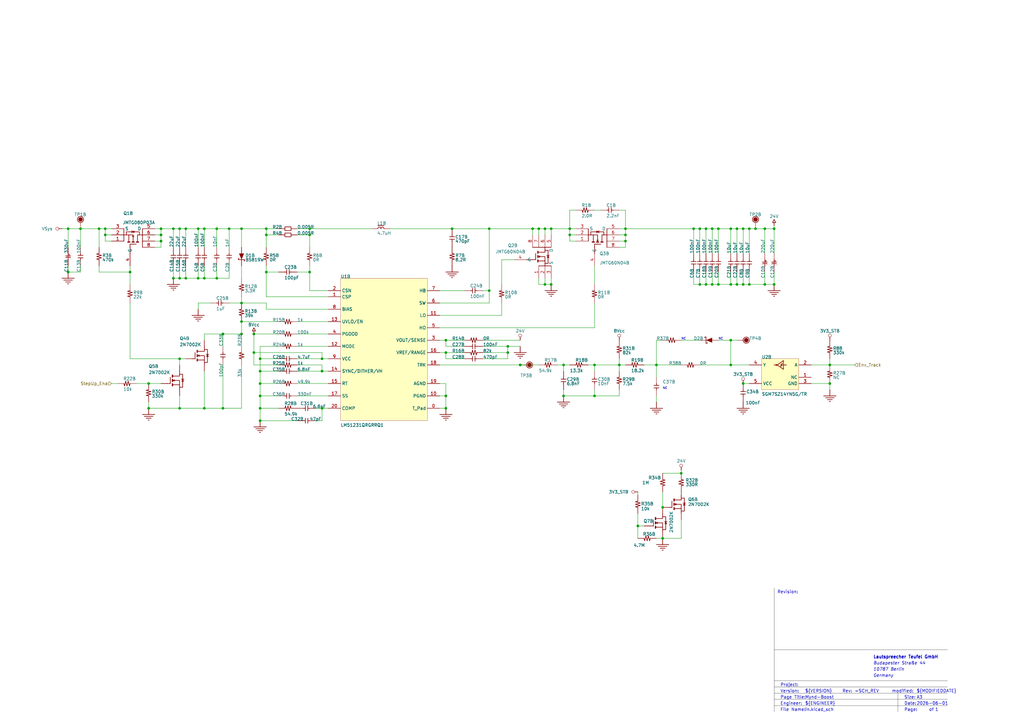
<source format=kicad_sch>
(kicad_sch (version 20231120) (generator "eeschema") (generator_version "8.0")
  (paper "A3")
  (title_block (title "Mynd-Boost") (rev "=SCH_REV"))
  (junction (at 91.44 136.9822))
  (junction (at 200.66 119.2022))
  (junction (at 292.1 116.6622))
  (junction (at 132.08 147.1422))
  (junction (at 218.44 93.8022))
  (junction (at 106.68 162.3822))
  (junction (at 88.9 114.1222))
  (junction (at 220.98 93.8022))
  (junction (at 132.08 152.2222))
  (junction (at 292.1 93.8022))
  (junction (at 43.18 96.3422))
  (junction (at 302.26 93.8022))
  (junction (at 340.36 149.6822))
  (junction (at 66.04 96.3422))
  (junction (at 27.94 111.5822))
  (junction (at 223.52 93.8022))
  (junction (at 269.24 149.6822))
  (junction (at 106.68 152.2222))
  (junction (at 223.52 116.6622))
  (junction (at 226.06 93.8022))
  (junction (at 73.66 147.1422))
  (junction (at 243.84 162.3822))
  (junction (at 60.96 167.4622))
  (junction (at 182.88 162.3822))
  (junction (at 254 149.6822))
  (junction (at 182.88 167.4622))
  (junction (at 43.18 93.8022))
  (junction (at 73.66 114.1222))
  (junction (at 127 111.5822))
  (junction (at 81.28 114.1222))
  (junction (at 106.68 147.1422))
  (junction (at 66.04 93.8022))
  (junction (at 307.34 116.6622))
  (junction (at 271.78 220.8022))
  (junction (at 73.66 167.4622))
  (junction (at 71.12 93.8022))
  (junction (at 304.8 157.3022))
  (junction (at 243.84 149.6822))
  (junction (at 299.72 149.6822))
  (junction (at 66.04 98.8822))
  (junction (at 317.5 93.8022))
  (junction (at 289.56 116.6622))
  (junction (at 226.06 116.6622))
  (junction (at 299.72 139.5222))
  (junction (at 231.14 149.6822))
  (junction (at 99.06 136.9822))
  (junction (at 132.08 167.4622))
  (junction (at 99.06 93.8022))
  (junction (at 317.5 116.6622))
  (junction (at 299.72 93.8022))
  (junction (at 106.68 167.4622))
  (junction (at 73.66 93.8022))
  (junction (at 294.64 93.8022))
  (junction (at 127 93.8022))
  (junction (at 109.22 111.5822))
  (junction (at 294.64 116.6622))
  (junction (at 256.54 96.3422))
  (junction (at 127 96.3422))
  (junction (at 304.8 116.6622))
  (junction (at 304.8 93.8022))
  (junction (at 271.78 208.1022))
  (junction (at 83.82 167.4622))
  (junction (at 106.68 157.3022))
  (junction (at 60.96 157.3022))
  (junction (at 231.14 162.3822))
  (junction (at 256.54 98.8822))
  (junction (at 200.66 93.8022))
  (junction (at 109.22 96.3422))
  (junction (at 185.42 93.8022))
  (junction (at 287.02 93.8022))
  (junction (at 33.02 93.8022))
  (junction (at 71.12 114.1222))
  (junction (at 99.06 124.2822))
  (junction (at 289.56 93.8022))
  (junction (at 309.88 93.8022))
  (junction (at 302.26 116.6622))
  (junction (at 76.2 93.8022))
  (junction (at 53.34 111.5822))
  (junction (at 287.02 116.6622))
  (junction (at 93.98 93.8022))
  (junction (at 233.68 93.8022))
  (junction (at 83.82 114.1222))
  (junction (at 109.22 93.8022))
  (junction (at 313.69 93.8022))
  (junction (at 279.4 194.1322))
  (junction (at 104.14 144.6022))
  (junction (at 27.94 93.8022))
  (junction (at 104.14 136.9822))
  (junction (at 313.69 116.6622))
  (junction (at 208.28 144.6022))
  (junction (at 307.34 93.8022))
  (junction (at 340.36 157.3022))
  (junction (at 81.28 93.8022))
  (junction (at 182.88 144.6022))
  (junction (at 106.68 172.5422))
  (junction (at 233.68 96.3422))
  (junction (at 76.2 114.1222))
  (junction (at 40.64 93.8022))
  (junction (at 213.36 149.6822))
  (junction (at 91.44 167.4622))
  (junction (at 299.72 116.6622))
  (junction (at 99.06 131.9022))
  (junction (at 261.62 215.7222))
  (junction (at 284.48 93.8022))
  (junction (at 88.9 93.8022))
  (junction (at 83.82 93.8022))
  (junction (at 208.28 142.0622))
  (junction (at 182.88 139.5222))
  (junction (at 256.54 93.8022))
  (wire (pts (xy 284.48 111.5822) (xy 284.48 116.6622)))
  (wire (pts (xy 254 149.6822) (xy 256.54 149.6822)))
  (wire (pts (xy 287.02 149.6822) (xy 299.72 149.6822)))
  (wire (pts (xy 198.12 147.1422) (xy 208.28 147.1422)))
  (wire (pts (xy 45.72 93.8022) (xy 43.18 93.8022)))
  (wire (pts (xy 134.62 147.1422) (xy 132.08 147.1422)))
  (wire (pts (xy 302.26 116.6622) (xy 304.8 116.6622)))
  (wire (pts (xy 182.88 147.1422) (xy 182.88 144.6022)))
  (wire (pts (xy 127 96.3422) (xy 127 101.4222)))
  (wire (pts (xy 269.24 139.5222) (xy 269.24 149.6822)))
  (wire (pts (xy 182.88 157.3022) (xy 182.88 162.3822)))
  (wire (pts (xy 243.84 124.2822) (xy 243.84 134.4422)))
  (wire (pts (xy 190.5 139.5222) (xy 182.88 139.5222)))
  (wire (pts (xy 289.56 103.9622) (xy 289.56 93.8022)))
  (wire (pts (xy 223.52 114.1222) (xy 223.52 116.6622)))
  (wire (pts (xy 304.8 93.8022) (xy 307.34 93.8022)))
  (wire (pts (xy 289.56 116.6622) (xy 292.1 116.6622)))
  (wire (pts (xy 66.04 157.3022) (xy 60.96 157.3022)))
  (wire (pts (xy 254 101.4222) (xy 256.54 101.4222)))
  (wire (pts (xy 182.88 142.0622) (xy 182.88 139.5222)))
  (wire (pts (xy 132.08 152.2222) (xy 121.92 152.2222)))
  (wire (pts (xy 307.34 116.6622) (xy 313.69 116.6622)))
  (polyline (pts (xy 317.5 281.7622) (xy 388.62 281.7622)) (stroke (width 0.0254) (type solid) (color 0 0 0 1)))
  (wire (pts (xy 132.08 172.5422) (xy 129.54 172.5422)))
  (wire (pts (xy 254 98.8822) (xy 256.54 98.8822)))
  (wire (pts (xy 121.92 162.3822) (xy 134.62 162.3822)))
  (wire (pts (xy 63.5 93.8022) (xy 66.04 93.8022)))
  (wire (pts (xy 81.28 109.0422) (xy 81.28 114.1222)))
  (wire (pts (xy 132.08 144.6022) (xy 132.08 147.1422)))
  (wire (pts (xy 182.88 144.6022) (xy 180.34 144.6022)))
  (wire (pts (xy 213.36 142.0622) (xy 208.28 142.0622)))
  (wire (pts (xy 109.22 101.4222) (xy 109.22 96.3422)))
  (wire (pts (xy 134.62 142.0622) (xy 121.92 142.0622)))
  (wire (pts (xy 233.68 93.8022) (xy 226.06 93.8022)))
  (wire (pts (xy 73.66 109.0422) (xy 73.66 114.1222)))
  (wire (pts (xy 292.1 103.9622) (xy 292.1 93.8022)))
  (wire (pts (xy 40.64 109.0422) (xy 40.64 111.5822)))
  (wire (pts (xy 48.26 157.3022) (xy 45.72 157.3022)))
  (wire (pts (xy 73.66 147.1422) (xy 73.66 149.6822)))
  (wire (pts (xy 287.02 103.9622) (xy 287.02 93.8022)))
  (wire (pts (xy 264.16 215.7222) (xy 261.62 215.7222)))
  (wire (pts (xy 134.62 121.7422) (xy 109.22 121.7422)))
  (wire (pts (xy 134.62 167.4622) (xy 132.08 167.4622)))
  (wire (pts (xy 208.28 147.1422) (xy 208.28 144.6022)))
  (wire (pts (xy 241.3 149.6822) (xy 243.84 149.6822)))
  (wire (pts (xy 243.84 86.1822) (xy 246.38 86.1822)))
  (wire (pts (xy 200.66 124.2822) (xy 180.34 124.2822)))
  (wire (pts (xy 91.44 136.9822) (xy 83.82 136.9822)))
  (wire (pts (xy 114.3 111.5822) (xy 109.22 111.5822)))
  (wire (pts (xy 63.5 101.4222) (xy 66.04 101.4222)))
  (wire (pts (xy 256.54 101.4222) (xy 256.54 98.8822)))
  (wire (pts (xy 332.74 149.6822) (xy 340.36 149.6822)))
  (wire (pts (xy 132.08 152.2222) (xy 134.62 152.2222)))
  (wire (pts (xy 99.06 136.9822) (xy 91.44 136.9822)))
  (wire (pts (xy 83.82 167.4622) (xy 73.66 167.4622)))
  (wire (pts (xy 27.94 109.0422) (xy 27.94 111.5822)))
  (wire (pts (xy 233.68 93.8022) (xy 233.68 86.1822)))
  (wire (pts (xy 287.02 139.5222) (xy 279.4 139.5222)))
  (wire (pts (xy 269.24 149.6822) (xy 279.4 149.6822)))
  (wire (pts (xy 185.42 93.8022) (xy 200.66 93.8022)))
  (wire (pts (xy 25.4 93.8022) (xy 27.94 93.8022)))
  (wire (pts (xy 93.98 101.4222) (xy 93.98 93.8022)))
  (wire (pts (xy 73.66 162.3822) (xy 73.66 167.4622)))
  (wire (pts (xy 271.78 139.5222) (xy 269.24 139.5222)))
  (wire (pts (xy 99.06 131.9022) (xy 114.3 131.9022)))
  (wire (pts (xy 302.26 111.5822) (xy 302.26 116.6622)))
  (wire (pts (xy 198.12 144.6022) (xy 208.28 144.6022)))
  (wire (pts (xy 304.8 103.9622) (xy 304.8 93.8022)))
  (wire (pts (xy 200.66 119.2022) (xy 200.66 124.2822)))
  (wire (pts (xy 132.08 149.6822) (xy 132.08 152.2222)))
  (wire (pts (xy 160.02 93.8022) (xy 185.42 93.8022)))
  (polyline (pts (xy 317.5 289.3822) (xy 388.62 289.3822)) (stroke (width 0.0254) (type solid) (color 0 0 0 1)))
  (wire (pts (xy 236.22 96.3422) (xy 233.68 96.3422)))
  (wire (pts (xy 190.5 119.2022) (xy 180.34 119.2022)))
  (wire (pts (xy 99.06 149.6822) (xy 99.06 167.4622)))
  (wire (pts (xy 66.04 101.4222) (xy 66.04 98.8822)))
  (polyline (pts (xy 317.5 279.2222) (xy 388.62 279.2222)) (stroke (width 0.0254) (type solid) (color 0 0 0 1)))
  (wire (pts (xy 109.22 124.2822) (xy 99.06 124.2822)))
  (wire (pts (xy 264.16 149.6822) (xy 269.24 149.6822)))
  (wire (pts (xy 243.84 162.3822) (xy 243.84 159.8422)))
  (wire (pts (xy 121.92 131.9022) (xy 134.62 131.9022)))
  (polyline (pts (xy 317.5 266.5222) (xy 388.62 266.5222)) (stroke (width 0.0254) (type solid) (color 0 0 0 1)))
  (wire (pts (xy 313.69 116.6622) (xy 317.5 116.6622)))
  (wire (pts (xy 340.36 159.8422) (xy 340.36 157.3022)))
  (wire (pts (xy 292.1 93.8022) (xy 294.64 93.8022)))
  (wire (pts (xy 233.68 96.3422) (xy 233.68 93.8022)))
  (wire (pts (xy 76.2 147.1422) (xy 73.66 147.1422)))
  (wire (pts (xy 289.56 93.8022) (xy 292.1 93.8022)))
  (wire (pts (xy 109.22 96.3422) (xy 109.22 93.8022)))
  (wire (pts (xy 223.52 96.3422) (xy 223.52 93.8022)))
  (wire (pts (xy 73.66 114.1222) (xy 76.2 114.1222)))
  (wire (pts (xy 231.14 149.6822) (xy 228.6 149.6822)))
  (wire (pts (xy 106.68 147.1422) (xy 106.68 142.0622)))
  (wire (pts (xy 43.18 96.3422) (xy 43.18 93.8022)))
  (wire (pts (xy 76.2 109.0422) (xy 76.2 114.1222)))
  (wire (pts (xy 208.28 144.6022) (xy 208.28 142.0622)))
  (wire (pts (xy 243.84 134.4422) (xy 180.34 134.4422)))
  (wire (pts (xy 269.24 154.7622) (xy 269.24 149.6822)))
  (wire (pts (xy 127 111.5822) (xy 127 119.2022)))
  (wire (pts (xy 152.4 93.8022) (xy 127 93.8022)))
  (wire (pts (xy 106.68 152.2222) (xy 106.68 147.1422)))
  (polyline (pts (xy 317.5 284.3022) (xy 388.62 284.3022)) (stroke (width 0.0254) (type solid) (color 0 0 0 1)))
  (polyline (pts (xy 317.5 266.5222) (xy 317.5 241.1222)) (stroke (width 0.0254) (type solid) (color 0 0 0 1)))
  (wire (pts (xy 81.28 126.8222) (xy 81.28 124.2822)))
  (wire (pts (xy 223.52 116.6622) (xy 226.06 116.6622)))
  (wire (pts (xy 76.2 114.1222) (xy 81.28 114.1222)))
  (wire (pts (xy 33.02 109.0422) (xy 33.02 111.5822)))
  (wire (pts (xy 106.68 142.0622) (xy 114.3 142.0622)))
  (wire (pts (xy 121.92 172.5422) (xy 106.68 172.5422)))
  (wire (pts (xy 313.69 93.8022) (xy 313.69 103.9622)))
  (wire (pts (xy 83.82 109.0422) (xy 83.82 114.1222)))
  (wire (pts (xy 76.2 93.8022) (xy 81.28 93.8022)))
  (wire (pts (xy 180.34 157.3022) (xy 182.88 157.3022)))
  (wire (pts (xy 261.62 201.7522) (xy 261.62 203.0222)))
  (wire (pts (xy 83.82 114.1222) (xy 88.9 114.1222)))
  (wire (pts (xy 299.72 111.5822) (xy 299.72 116.6622)))
  (wire (pts (xy 210.82 106.5022) (xy 205.74 106.5022)))
  (wire (pts (xy 307.34 103.9622) (xy 307.34 93.8022)))
  (wire (pts (xy 99.06 142.0622) (xy 99.06 136.9822)))
  (wire (pts (xy 317.5 92.5322) (xy 317.5 93.8022)))
  (wire (pts (xy 91.44 149.6822) (xy 91.44 167.4622)))
  (wire (pts (xy 256.54 96.3422) (xy 256.54 93.8022)))
  (wire (pts (xy 83.82 136.9822) (xy 83.82 139.5222)))
  (wire (pts (xy 88.9 101.4222) (xy 88.9 93.8022)))
  (wire (pts (xy 254 162.3822) (xy 243.84 162.3822)))
  (wire (pts (xy 71.12 114.1222) (xy 73.66 114.1222)))
  (wire (pts (xy 53.34 147.1422) (xy 73.66 147.1422)))
  (wire (pts (xy 81.28 101.4222) (xy 81.28 93.8022)))
  (wire (pts (xy 256.54 93.8022) (xy 284.48 93.8022)))
  (wire (pts (xy 127 119.2022) (xy 134.62 119.2022)))
  (wire (pts (xy 104.14 144.6022) (xy 132.08 144.6022)))
  (wire (pts (xy 271.78 220.8022) (xy 269.24 220.8022)))
  (wire (pts (xy 302.26 93.8022) (xy 304.8 93.8022)))
  (wire (pts (xy 66.04 98.8822) (xy 66.04 96.3422)))
  (polyline (pts (xy 317.5 291.9222) (xy 317.5 266.5222)) (stroke (width 0.0254) (type solid) (color 0 0 0 1)))
  (wire (pts (xy 299.72 139.5222) (xy 302.26 139.5222)))
  (wire (pts (xy 220.98 114.1222) (xy 220.98 116.6622)))
  (wire (pts (xy 182.88 167.4622) (xy 180.34 167.4622)))
  (wire (pts (xy 304.8 111.5822) (xy 304.8 116.6622)))
  (wire (pts (xy 198.12 119.2022) (xy 200.66 119.2022)))
  (wire (pts (xy 256.54 93.8022) (xy 254 93.8022)))
  (wire (pts (xy 279.4 192.8622) (xy 279.4 194.1322)))
  (wire (pts (xy 40.64 93.8022) (xy 40.64 101.4222)))
  (wire (pts (xy 340.36 149.6822) (xy 340.36 147.1422)))
  (wire (pts (xy 218.44 93.8022) (xy 218.44 96.3422)))
  (wire (pts (xy 271.78 220.8022) (xy 279.4 220.8022)))
  (wire (pts (xy 226.06 93.8022) (xy 223.52 93.8022)))
  (wire (pts (xy 243.84 149.6822) (xy 254 149.6822)))
  (wire (pts (xy 93.98 114.1222) (xy 93.98 109.0422)))
  (wire (pts (xy 299.72 103.9622) (xy 299.72 93.8022)))
  (wire (pts (xy 287.02 111.5822) (xy 287.02 116.6622)))
  (wire (pts (xy 114.3 136.9822) (xy 104.14 136.9822)))
  (wire (pts (xy 27.94 93.8022) (xy 33.02 93.8022)))
  (wire (pts (xy 226.06 114.1222) (xy 226.06 116.6622)))
  (wire (pts (xy 284.48 103.9622) (xy 284.48 93.8022)))
  (wire (pts (xy 99.06 131.9022) (xy 99.06 136.9822)))
  (wire (pts (xy 134.62 136.9822) (xy 121.92 136.9822)))
  (wire (pts (xy 205.74 124.2822) (xy 205.74 129.3622)))
  (wire (pts (xy 109.22 111.5822) (xy 109.22 109.0422)))
  (wire (pts (xy 231.14 162.3822) (xy 231.14 159.8422)))
  (wire (pts (xy 307.34 93.8022) (xy 309.88 93.8022)))
  (wire (pts (xy 200.66 93.8022) (xy 200.66 119.2022)))
  (wire (pts (xy 220.98 96.3422) (xy 220.98 93.8022)))
  (wire (pts (xy 313.69 116.6622) (xy 313.69 111.5822)))
  (wire (pts (xy 33.02 101.4222) (xy 33.02 93.8022)))
  (wire (pts (xy 76.2 101.4222) (xy 76.2 93.8022)))
  (wire (pts (xy 43.18 93.8022) (xy 40.64 93.8022)))
  (wire (pts (xy 279.4 220.8022) (xy 279.4 213.1822)))
  (wire (pts (xy 121.92 96.3422) (xy 127 96.3422)))
  (wire (pts (xy 279.4 200.4822) (xy 279.4 201.7522)))
  (wire (pts (xy 132.08 167.4622) (xy 129.54 167.4622)))
  (wire (pts (xy 60.96 157.3022) (xy 55.88 157.3022)))
  (wire (pts (xy 88.9 114.1222) (xy 93.98 114.1222)))
  (wire (pts (xy 299.72 149.6822) (xy 299.72 139.5222)))
  (wire (pts (xy 294.64 111.5822) (xy 294.64 116.6622)))
  (wire (pts (xy 269.24 164.9222) (xy 269.24 162.3822)))
  (wire (pts (xy 254 86.1822) (xy 256.54 86.1822)))
  (wire (pts (xy 243.84 162.3822) (xy 231.14 162.3822)))
  (wire (pts (xy 106.68 167.4622) (xy 106.68 162.3822)))
  (wire (pts (xy 45.72 98.8822) (xy 43.18 98.8822)))
  (polyline (pts (xy 317.5 286.8422) (xy 388.62 286.8422)) (stroke (width 0.0254) (type solid) (color 0 0 0 1)))
  (wire (pts (xy 213.36 149.6822) (xy 220.98 149.6822)))
  (wire (pts (xy 299.72 149.6822) (xy 307.34 149.6822)))
  (wire (pts (xy 208.28 142.0622) (xy 198.12 142.0622)))
  (wire (pts (xy 223.52 93.8022) (xy 220.98 93.8022)))
  (wire (pts (xy 73.66 167.4622) (xy 60.96 167.4622)))
  (wire (pts (xy 220.98 93.8022) (xy 218.44 93.8022)))
  (wire (pts (xy 340.36 149.6822) (xy 350.52 149.6822)))
  (wire (pts (xy 66.04 93.8022) (xy 71.12 93.8022)))
  (wire (pts (xy 261.62 215.7222) (xy 261.62 220.8022)))
  (wire (pts (xy 287.02 93.8022) (xy 289.56 93.8022)))
  (wire (pts (xy 60.96 164.9222) (xy 60.96 167.4622)))
  (wire (pts (xy 231.14 152.2222) (xy 231.14 149.6822)))
  (wire (pts (xy 190.5 142.0622) (xy 182.88 142.0622)))
  (wire (pts (xy 83.82 152.2222) (xy 83.82 167.4622)))
  (wire (pts (xy 233.68 86.1822) (xy 236.22 86.1822)))
  (wire (pts (xy 73.66 93.8022) (xy 76.2 93.8022)))
  (wire (pts (xy 317.5 116.6622) (xy 317.5 111.5822)))
  (wire (pts (xy 299.72 93.8022) (xy 302.26 93.8022)))
  (wire (pts (xy 289.56 111.5822) (xy 289.56 116.6622)))
  (wire (pts (xy 71.12 101.4222) (xy 71.12 93.8022)))
  (wire (pts (xy 71.12 109.0422) (xy 71.12 114.1222)))
  (wire (pts (xy 106.68 157.3022) (xy 106.68 152.2222)))
  (wire (pts (xy 83.82 101.4222) (xy 83.82 93.8022)))
  (wire (pts (xy 114.3 147.1422) (xy 106.68 147.1422)))
  (wire (pts (xy 294.64 93.8022) (xy 299.72 93.8022)))
  (wire (pts (xy 292.1 111.5822) (xy 292.1 116.6622)))
  (wire (pts (xy 53.34 109.0422) (xy 53.34 111.5822)))
  (wire (pts (xy 294.64 103.9622) (xy 294.64 93.8022)))
  (wire (pts (xy 121.92 111.5822) (xy 127 111.5822)))
  (wire (pts (xy 256.54 98.8822) (xy 256.54 96.3422)))
  (wire (pts (xy 256.54 86.1822) (xy 256.54 93.8022)))
  (wire (pts (xy 299.72 116.6622) (xy 302.26 116.6622)))
  (wire (pts (xy 99.06 93.8022) (xy 109.22 93.8022)))
  (wire (pts (xy 205.74 129.3622) (xy 180.34 129.3622)))
  (wire (pts (xy 121.92 93.8022) (xy 127 93.8022)))
  (wire (pts (xy 63.5 98.8822) (xy 66.04 98.8822)))
  (wire (pts (xy 307.34 157.3022) (xy 304.8 157.3022)))
  (wire (pts (xy 182.88 139.5222) (xy 180.34 139.5222)))
  (wire (pts (xy 243.84 152.2222) (xy 243.84 149.6822)))
  (wire (pts (xy 81.28 114.1222) (xy 83.82 114.1222)))
  (wire (pts (xy 99.06 124.2822) (xy 93.98 124.2822)))
  (wire (pts (xy 114.3 157.3022) (xy 106.68 157.3022)))
  (wire (pts (xy 233.68 149.6822) (xy 231.14 149.6822)))
  (wire (pts (xy 254 96.3422) (xy 256.54 96.3422)))
  (wire (pts (xy 91.44 167.4622) (xy 83.82 167.4622)))
  (wire (pts (xy 254 147.1422) (xy 254 149.6822)))
  (wire (pts (xy 83.82 93.8022) (xy 88.9 93.8022)))
  (wire (pts (xy 106.68 172.5422) (xy 106.68 167.4622)))
  (wire (pts (xy 205.74 106.5022) (xy 205.74 116.6622)))
  (wire (pts (xy 114.3 149.6822) (xy 104.14 149.6822)))
  (wire (pts (xy 88.9 109.0422) (xy 88.9 114.1222)))
  (wire (pts (xy 91.44 142.0622) (xy 91.44 136.9822)))
  (wire (pts (xy 106.68 162.3822) (xy 106.68 157.3022)))
  (wire (pts (xy 104.14 149.6822) (xy 104.14 144.6022)))
  (wire (pts (xy 317.5 93.8022) (xy 317.5 103.9622)))
  (wire (pts (xy 45.72 96.3422) (xy 43.18 96.3422)))
  (wire (pts (xy 218.44 93.8022) (xy 200.66 93.8022)))
  (wire (pts (xy 109.22 93.8022) (xy 114.3 93.8022)))
  (wire (pts (xy 99.06 124.2822) (xy 99.06 121.7422)))
  (wire (pts (xy 284.48 93.8022) (xy 287.02 93.8022)))
  (wire (pts (xy 127 93.8022) (xy 127 96.3422)))
  (wire (pts (xy 43.18 98.8822) (xy 43.18 96.3422)))
  (wire (pts (xy 226.06 96.3422) (xy 226.06 93.8022)))
  (wire (pts (xy 127 109.0422) (xy 127 111.5822)))
  (wire (pts (xy 104.14 136.9822) (xy 104.14 144.6022)))
  (wire (pts (xy 93.98 93.8022) (xy 99.06 93.8022)))
  (wire (pts (xy 261.62 210.6422) (xy 261.62 215.7222)))
  (wire (pts (xy 294.64 116.6622) (xy 299.72 116.6622)))
  (wire (pts (xy 63.5 96.3422) (xy 66.04 96.3422)))
  (wire (pts (xy 332.74 157.3022) (xy 340.36 157.3022)))
  (wire (pts (xy 132.08 147.1422) (xy 121.92 147.1422)))
  (wire (pts (xy 271.78 208.1022) (xy 271.78 201.7522)))
  (wire (pts (xy 190.5 147.1422) (xy 182.88 147.1422)))
  (wire (pts (xy 292.1 116.6622) (xy 294.64 116.6622)))
  (wire (pts (xy 109.22 121.7422) (xy 109.22 111.5822)))
  (wire (pts (xy 134.62 157.3022) (xy 121.92 157.3022)))
  (wire (pts (xy 236.22 98.8822) (xy 233.68 98.8822)))
  (wire (pts (xy 198.12 139.5222) (xy 213.36 139.5222)))
  (wire (pts (xy 114.3 152.2222) (xy 106.68 152.2222)))
  (wire (pts (xy 180.34 162.3822) (xy 182.88 162.3822)))
  (wire (pts (xy 243.84 116.6622) (xy 243.84 109.0422)))
  (wire (pts (xy 307.34 111.5822) (xy 307.34 116.6622)))
  (wire (pts (xy 81.28 124.2822) (xy 86.36 124.2822)))
  (wire (pts (xy 304.8 116.6622) (xy 307.34 116.6622)))
  (wire (pts (xy 284.48 116.6622) (xy 287.02 116.6622)))
  (wire (pts (xy 40.64 111.5822) (xy 53.34 111.5822)))
  (wire (pts (xy 254 159.8422) (xy 254 162.3822)))
  (wire (pts (xy 81.28 93.8022) (xy 83.82 93.8022)))
  (wire (pts (xy 40.64 93.8022) (xy 33.02 93.8022)))
  (wire (pts (xy 99.06 114.1222) (xy 99.06 109.0422)))
  (wire (pts (xy 233.68 98.8822) (xy 233.68 96.3422)))
  (wire (pts (xy 88.9 93.8022) (xy 93.98 93.8022)))
  (wire (pts (xy 313.69 93.8022) (xy 317.5 93.8022)))
  (wire (pts (xy 99.06 167.4622) (xy 91.44 167.4622)))
  (wire (pts (xy 53.34 124.2822) (xy 53.34 147.1422)))
  (wire (pts (xy 271.78 194.1322) (xy 279.4 194.1322)))
  (wire (pts (xy 99.06 93.8022) (xy 99.06 101.4222)))
  (polyline (pts (xy 368.3 291.9222) (xy 368.3 284.3022)) (stroke (width 0.0254) (type solid) (color 0 0 0 1)))
  (wire (pts (xy 287.02 116.6622) (xy 289.56 116.6622)))
  (wire (pts (xy 53.34 111.5822) (xy 53.34 116.6622)))
  (wire (pts (xy 302.26 103.9622) (xy 302.26 93.8022)))
  (wire (pts (xy 190.5 144.6022) (xy 182.88 144.6022)))
  (wire (pts (xy 182.88 162.3822) (xy 182.88 167.4622)))
  (wire (pts (xy 254 152.2222) (xy 254 149.6822)))
  (wire (pts (xy 114.3 96.3422) (xy 109.22 96.3422)))
  (wire (pts (xy 180.34 149.6822) (xy 213.36 149.6822)))
  (wire (pts (xy 73.66 101.4222) (xy 73.66 93.8022)))
  (wire (pts (xy 33.02 111.5822) (xy 27.94 111.5822)))
  (wire (pts (xy 121.92 149.6822) (xy 132.08 149.6822)))
  (wire (pts (xy 132.08 167.4622) (xy 132.08 172.5422)))
  (wire (pts (xy 134.62 126.8222) (xy 109.22 126.8222)))
  (wire (pts (xy 114.3 167.4622) (xy 106.68 167.4622)))
  (wire (pts (xy 236.22 93.8022) (xy 233.68 93.8022)))
  (wire (pts (xy 71.12 93.8022) (xy 73.66 93.8022)))
  (wire (pts (xy 294.64 139.5222) (xy 299.72 139.5222)))
  (wire (pts (xy 109.22 126.8222) (xy 109.22 124.2822)))
  (wire (pts (xy 66.04 96.3422) (xy 66.04 93.8022)))
  (wire (pts (xy 27.94 101.4222) (xy 27.94 93.8022)))
  (wire (pts (xy 220.98 116.6622) (xy 223.52 116.6622)))
  (wire (pts (xy 309.88 93.8022) (xy 313.69 93.8022)))
  (wire (pts (xy 114.3 162.3822) (xy 106.68 162.3822)))
  (text "${PROJECTNAME}" (at 330.2 281.7622 0) (effects (font (size 1.27 1.27)) (justify left bottom)))
  (text "Page Title:" (at 320.04 286.8422 0) (effects (font (size 1.27 1.27)) (justify left bottom)))
  (text "Page:" (at 370.84 291.9222 0) (effects (font (size 1.27 1.27)) (justify left bottom)))
  (text "${CURRENT_DATE}" (at 375.92 289.3822 0) (effects (font (size 1.27 1.27)) (justify left bottom)))
  (text "NC" (at 271.78 159.8422 0) (effects (font (size 0.889 0.889)) (justify left bottom)))
  (text "of" (at 381 291.9222 0) (effects (font (size 1.27 1.27)) (justify left bottom)))
  (text "Version:" (at 320.04 284.3022 0) (effects (font (size 1.27 1.27)) (justify left bottom)))
  (text "Engineer:" (at 320.04 289.3822 0) (effects (font (size 1.27 1.27)) (justify left bottom)))
  (text "A3" (at 375.92 286.8422 0) (effects (font (size 1.27 1.27)) (justify left bottom)))
  (text "${REVISION}" (at 350.52 284.3022 0) (effects (font (size 1.27 1.27)) (justify left bottom)))
  (text "File Name:" (at 320.04 291.9222 0) (effects (font (size 1.27 1.27)) (justify left bottom)))
  (text "Size:" (at 370.84 286.8422 0) (effects (font (size 1.27 1.27)) (justify left bottom)))
  (text "modified:" (at 365.76 284.3022 0) (effects (font (size 1.27 1.27)) (justify left bottom)))
  (text "${##}" (at 383.54 291.9222 0) (effects (font (size 1.27 1.27)) (justify left bottom)))
  (text "${ENGINEER}" (at 330.2 289.3822 0) (effects (font (size 1.27 1.27)) (justify left bottom)))
  (text "NC" (at 279.4 139.5222 0) (effects (font (size 0.889 0.889)) (justify left bottom)))
  (text "Revision:" (at 318.77 243.6622 0) (effects (font (size 1.27 1.27)) (justify left bottom)))
  (text "${FILENAME}" (at 330.2 291.9222 0) (effects (font (size 1.27 1.27)) (justify left bottom)))
  (text "Budapester Straße 44" (at 358.14 272.8722 0) (effects (font (size 1.27 1.27) (italic yes)) (justify left bottom)))
  (text "Rev:" (at 345.44 284.3022 0) (effects (font (size 1.27 1.27)) (justify left bottom)))
  (text "NC" (at 294.64 139.5222 0) (effects (font (size 0.889 0.889)) (justify left bottom)))
  (text "Project:" (at 320.04 281.7622 0) (effects (font (size 1.27 1.27)) (justify left bottom)))
  (text "Date:" (at 370.84 289.3822 0) (effects (font (size 1.27 1.27)) (justify left bottom)))
  (text "${MODIFIEDDATE}" (at 375.92 284.3022 0) (effects (font (size 1.27 1.27)) (justify left bottom)))
  (text "${TITLE}" (at 330.2 286.8422 0) (effects (font (size 1.27 1.27)) (justify left bottom)))
  (text "Germany" (at 358.14 277.9522 0) (effects (font (size 1.27 1.27) (italic yes)) (justify left bottom)))
  (text "${VERSION}" (at 330.2 284.3022 0) (effects (font (size 1.27 1.27)) (justify left bottom)))
  (text "Lautspreecher Teufel GmbH" (at 358.14 270.3322 0) (effects (font (size 1.27 1.27) (thickness 0.254) (bold yes)) (justify left bottom)))
  (text "10787 Berlin" (at 358.14 275.4122 0) (effects (font (size 1.27 1.27) (italic yes)) (justify left bottom)))
  (text "${#}" (at 378.46 291.9222 0) (effects (font (size 1.27 1.27)) (justify left bottom)))
  (hierarchical_label "Env_Track" (shape input) (at 350.52 149.6822 0))
  (hierarchical_label "StepUp_Ena" (shape input) (at 45.72 157.3022 180))
  (symbol (lib_id "Mynd_Main-altium-import:U_Boost_3_RES1") (at 109.22 101.4222 0) (unit 1)
    (property "Reference" "R5B" (at 110.49 105.4862 0) (effects (justify left bottom)))
    (property "Value" "${ALTIUM_VALUE}" (at 110.49 107.2642 0) (effects (justify left bottom)))
    (property "Footprint" "R0603" (effects (hide yes)))
    (property "Description" "PS SMD RES. 0OHM 1/10W 5% 0603" (effects (hide yes)))
    (property "TOLERANCE" "1%" (effects (hide yes)))
    (property "PART_TYPE" "Resistor SMT" (effects (hide yes)))
    (property "ALTIUM_VALUE" "0R" (effects (hide yes)))
    (property "MANUFACTURER" "Multi-Sourced" (effects (hide yes)))
    (property "PART_NUMBER" "Generic" (effects (hide yes)))
    (property "TEMP_COEFFICIENT" "150ppm" (effects (hide yes)))
    (property "WATTAGE" "1/10W" (effects (hide yes)))
  )
  (symbol (lib_id "Mynd_Main-altium-import:U_Boost_1_CAP1") (at 304.8 111.5822 0) (unit 1)
    (property "Reference" "C8B" (at 304.8 114.1222 90) (effects (justify left bottom)))
    (property "Value" "${ALTIUM_VALUE}" (at 304.8 103.9622 90) (effects (justify left bottom)))
    (property "Footprint" "C1206" (effects (hide yes)))
    (property "Description" "PSHF SMD M CAP 10uF 50V ±10% 1206 X5R" (effects (hide yes)))
    (property "MANUFACTURER" "Multi Sourced" (effects (hide yes)))
    (property "TOLERANCE" "±10%" (effects (hide yes)))
    (property "TEMPERATURERANGE" "X5R" (effects (hide yes)))
    (property "ALTIUM_VALUE" "10uF" (effects (hide yes)))
    (property "PART_NUMBER" "Generic" (effects (hide yes)))
    (property "PART_TYPE" "Capacitor ceramic SMT" (effects (hide yes)))
    (property "TEMP_COEFFICIENT" "X5R" (effects (hide yes)))
    (property "VOLTAGE" "50V" (effects (hide yes)))
  )
  (symbol (lib_id "Mynd_Main-altium-import:VSys_CIRCLE") (at 25.4 93.8022 270) (unit 1)
    (property "Reference" "#PWR?" (effects (hide yes)))
    (property "Value" "VSys" (at 21.59 93.8022 90) (effects (justify right)))
  )
  (symbol (lib_id "Mynd_Main-altium-import:U_Boost_0_mirrored_74xx1G14") (at 327.66 147.1422 0) (unit 1)
    (property "Reference" "U2B" (at 312.42 147.1422 0) (effects (justify left bottom)))
    (property "Value" "${ALTIUM_VALUE}" (at 312.42 162.3822 0) (effects (justify left bottom)))
    (property "Footprint" "SOT23-5" (effects (hide yes)))
    (property "Description" "GP SMD IC 5P SOT23 SGM7SZ14YN5G/TR SGMICRO" (effects (hide yes)))
    (property "MANUFACTURER" "[SGMICRO]" (effects (hide yes)))
    (property "PART_NUMBER" "SGM7SZ14YN5G/TR" (effects (hide yes)))
    (property "ALTIUM_VALUE" "${PART_NUMBER}" (effects (hide yes)))
    (property "PART_TYPE" "Semiconductor Integrated Circuit SMT" (effects (hide yes)))
  )
  (symbol (lib_id "Mynd_Main-altium-import:U_Boost_3_RES1") (at 254 139.5222 0) (unit 1)
    (property "Reference" "R31B" (at 255.27 143.5862 0) (effects (justify left bottom)))
    (property "Value" "${ALTIUM_VALUE}" (at 255.27 145.3642 0) (effects (justify left bottom)))
    (property "Footprint" "R0603" (effects (hide yes)))
    (property "Description" "GPHF SMD RES. 82KOHM 1/10W 1% 0603" (effects (hide yes)))
    (property "TOLERANCE" "1%" (effects (hide yes)))
    (property "MANUFACTURER" "Multi-Sourced" (effects (hide yes)))
    (property "WATTAGE" "1/10W" (effects (hide yes)))
    (property "ALTIUM_VALUE" "82k" (effects (hide yes)))
    (property "PART_NUMBER" "Generic" (effects (hide yes)))
    (property "PART_TYPE" "Resistor SMT" (effects (hide yes)))
    (property "TEMP_COEFFICIENT" "150ppm" (effects (hide yes)))
  )
  (symbol (lib_id "Mynd_Main-altium-import:U_Boost_0_RES1") (at 114.3 149.6822 0) (unit 1)
    (property "Reference" "R25B" (at 111.76 149.6822 0) (effects (justify left bottom)))
    (property "Value" "${ALTIUM_VALUE}" (at 121.92 149.6822 0) (effects (justify left bottom)))
    (property "Footprint" "R0603" (effects (hide yes)))
    (property "Description" "PS SMD RES. 1KOHM 1/10W 1% 0603" (effects (hide yes)))
    (property "TOLERANCE" "1%" (effects (hide yes)))
    (property "PART_TYPE" "Resistor SMT" (effects (hide yes)))
    (property "ALTIUM_VALUE" "1k" (effects (hide yes)))
    (property "MANUFACTURER" "Multi-Sourced" (effects (hide yes)))
    (property "PART_NUMBER" "Generic" (effects (hide yes)))
    (property "TEMP_COEFFICIENT" "150ppm" (effects (hide yes)))
    (property "WATTAGE" "1/10W" (effects (hide yes)))
  )
  (symbol (lib_id "Mynd_Main-altium-import:U_Boost_1_CAP1") (at 88.9 109.0422 0) (unit 1)
    (property "Reference" "C3B" (at 88.9 111.5822 90) (effects (justify left bottom)))
    (property "Value" "${ALTIUM_VALUE}" (at 88.9 101.4222 90) (effects (justify left bottom)))
    (property "Footprint" "C0603X100" (effects (hide yes)))
    (property "Description" "PSHF SMD M CAP 10nF 50V ±10% 0603 X7R" (effects (hide yes)))
    (property "MANUFACTURER" "Multi Sourced" (effects (hide yes)))
    (property "TOLERANCE" "±10%" (effects (hide yes)))
    (property "TEMPERATURERANGE" "X7R" (effects (hide yes)))
    (property "ALTIUM_VALUE" "10nF" (effects (hide yes)))
    (property "PART_NUMBER" "Generic" (effects (hide yes)))
    (property "PART_TYPE" "Capacitor ceramic SMT" (effects (hide yes)))
    (property "TEMP_COEFFICIENT" "X7R" (effects (hide yes)))
    (property "VOLTAGE" "50V" (effects (hide yes)))
  )
  (symbol (lib_id "Mynd_Main-altium-import:U_Boost_1_CAP1") (at 304.8 164.9222 0) (unit 1)
    (property "Reference" "C34B" (at 306.07 161.3662 0) (effects (justify left bottom)))
    (property "Value" "${ALTIUM_VALUE}" (at 305.816 165.9382 0) (effects (justify left bottom)))
    (property "Footprint" "C0603X100" (effects (hide yes)))
    (property "Description" "PSHF SMD M CAP 100nF 25V ±10% 0603 X7R" (effects (hide yes)))
    (property "MANUFACTURER" "Multi Sourced" (effects (hide yes)))
    (property "TOLERANCE" "±10%" (effects (hide yes)))
    (property "TEMPERATURERANGE" "X7R" (effects (hide yes)))
    (property "ALTIUM_VALUE" "100nF" (effects (hide yes)))
    (property "PART_NUMBER" "Generic" (effects (hide yes)))
    (property "PART_TYPE" "Capacitor ceramic SMT" (effects (hide yes)))
    (property "TEMP_COEFFICIENT" "X7R" (effects (hide yes)))
    (property "VOLTAGE" "25V" (effects (hide yes)))
  )
  (symbol (lib_id "Mynd_Main-altium-import:U_Boost_3_ECAP2") (at 27.94 101.4222 0) (unit 1)
    (property "Reference" "C11B" (at 27.94 111.5822 90) (effects (justify left bottom)))
    (property "Value" "${ALTIUM_VALUE}" (at 27.94 103.9622 90) (effects (justify left bottom)))
    (property "Footprint" "E_CAP_SMD_10%2A10.2" (effects (hide yes)))
    (property "Description" "GPHF SMD COND ELECT 330μF 35V ±20% -40-+105℃ 10x10.5mm" (effects (hide yes)))
    (property "MANUFACTURER" "Multi-Sourced" (effects (hide yes)))
    (property "TOLERANCE" "±20%" (effects (hide yes)))
    (property "TEMPERATURERANGE" "-40-+105℃" (effects (hide yes)))
    (property "ALTIUM_VALUE" "330uF" (effects (hide yes)))
    (property "PART_NUMBER" "Generic" (effects (hide yes)))
    (property "PART_TYPE" "Capacitor electrolytic SMT" (effects (hide yes)))
    (property "VOLTAGE" "35V" (effects (hide yes)))
  )
  (symbol (lib_id "Mynd_Main-altium-import:U_Boost_2_RES1") (at 241.3 149.6822 0) (unit 1)
    (property "Reference" "R18B" (at 235.966 148.4122 0) (effects (justify left bottom)))
    (property "Value" "${ALTIUM_VALUE}" (at 233.68 152.7302 0) (effects (justify left bottom)))
    (property "Footprint" "R0603" (effects (hide yes)))
    (property "Description" "PS SMD RES. 13.3KOHM 1/10W 1% 0603" (effects (hide yes)))
    (property "TOLERANCE" "5%" (effects (hide yes)))
    (property "PART_TYPE" "Resistor SMT" (effects (hide yes)))
    (property "ALTIUM_VALUE" "13.3k" (effects (hide yes)))
    (property "MANUFACTURER" "Multi-Sourced" (effects (hide yes)))
    (property "PART_NUMBER" "Generic" (effects (hide yes)))
    (property "TEMP_COEFFICIENT" "150ppm" (effects (hide yes)))
    (property "WATTAGE" "1/10W" (effects (hide yes)))
  )
  (symbol (lib_id "Mynd_Main-altium-import:U_Boost_1_CAP1") (at 284.48 111.5822 0) (unit 1)
    (property "Reference" "C6B" (at 284.48 114.1222 90) (effects (justify left bottom)))
    (property "Value" "${ALTIUM_VALUE}" (at 284.48 103.9622 90) (effects (justify left bottom)))
    (property "Footprint" "C0603X100" (effects (hide yes)))
    (property "Description" "PSHF SMD M CAP 100nF 50V ±10% 0603 X7R" (effects (hide yes)))
    (property "MANUFACTURER" "Multi Sourced" (effects (hide yes)))
    (property "TOLERANCE" "±10%" (effects (hide yes)))
    (property "TEMPERATURERANGE" "X7R" (effects (hide yes)))
    (property "ALTIUM_VALUE" "100nF" (effects (hide yes)))
    (property "PART_NUMBER" "Generic" (effects (hide yes)))
    (property "PART_TYPE" "Capacitor ceramic SMT" (effects (hide yes)))
    (property "TEMP_COEFFICIENT" "X7R" (effects (hide yes)))
    (property "VOLTAGE" "50V" (effects (hide yes)))
  )
  (symbol (lib_id "Mynd_Main-altium-import:U_Boost_3_RES1") (at 99.06 142.0622 0) (unit 1)
    (property "Reference" "R23B" (at 99.06 142.0622 90) (effects (justify left bottom)))
    (property "Value" "${ALTIUM_VALUE}" (at 99.06 154.7622 90) (effects (justify left bottom)))
    (property "Footprint" "R0603" (effects (hide yes)))
    (property "Description" "PS SMD RES. 33KOHM 1/10W 1% 0603" (effects (hide yes)))
    (property "TOLERANCE" "1%" (effects (hide yes)))
    (property "PART_TYPE" "Resistor SMT" (effects (hide yes)))
    (property "ALTIUM_VALUE" "33k" (effects (hide yes)))
    (property "MANUFACTURER" "Multi-Sourced" (effects (hide yes)))
    (property "PART_NUMBER" "Generic" (effects (hide yes)))
    (property "TEMP_COEFFICIENT" "150ppm" (effects (hide yes)))
    (property "WATTAGE" "1/10W" (effects (hide yes)))
  )
  (symbol (lib_id "Mynd_Main-altium-import:3V3_STB_CIRCLE") (at 304.8 157.3022 180) (unit 1)
    (property "Reference" "#PWR?" (effects (hide yes)))
    (property "Value" "3V3_STB" (at 304.8 153.4922 0))
  )
  (symbol (lib_id "Mynd_Main-altium-import:U_Boost_3_DIODE_SCHOTTKY1") (at 99.06 101.4222 0) (unit 1)
    (property "Reference" "D1B" (at 100.584 105.4862 0) (effects (justify left bottom)))
    (property "Value" "${ALTIUM_VALUE}" (at 100.584 107.2642 0) (effects (justify left bottom)))
    (property "Footprint" "SOD-123" (effects (hide yes)))
    (property "Description" "PS SMD DIODE 2P SOD-123 B5819W CJ" (effects (hide yes)))
    (property "MANUFACTURER" "[CJ]" (effects (hide yes)))
    (property "CURRENT" "1A" (effects (hide yes)))
    (property "VOLTAGE" "40V" (effects (hide yes)))
    (property "ALTIUM_VALUE" "${PART_NUMBER}" (effects (hide yes)))
    (property "PART_NUMBER" "B5819W" (effects (hide yes)))
    (property "PART_TYPE" "Semiconductor Diode SMT" (effects (hide yes)))
  )
  (symbol (lib_id "Mynd_Main-altium-import:U_Boost_3_RES1") (at 60.96 157.3022 0) (unit 1)
    (property "Reference" "R30B" (at 62.23 161.3662 0) (effects (justify left bottom)))
    (property "Value" "${ALTIUM_VALUE}" (at 62.23 163.1442 0) (effects (justify left bottom)))
    (property "Footprint" "R0603" (effects (hide yes)))
    (property "Description" "PS SMD RES. 330KOHM 1/10W 1% 0603" (effects (hide yes)))
    (property "TOLERANCE" "1%" (effects (hide yes)))
    (property "PART_TYPE" "Resistor SMT" (effects (hide yes)))
    (property "ALTIUM_VALUE" "330k" (effects (hide yes)))
    (property "MANUFACTURER" "Multi-Sourced" (effects (hide yes)))
    (property "PART_NUMBER" "Generic" (effects (hide yes)))
    (property "TEMP_COEFFICIENT" "150ppm" (effects (hide yes)))
    (property "WATTAGE" "1/10W" (effects (hide yes)))
  )
  (symbol (lib_id "Mynd_Main-altium-import:U_Boost_2_RES1") (at 228.6 149.6822 0) (unit 1)
    (property "Reference" "R17B" (at 223.266 148.4122 0) (effects (justify left bottom)))
    (property "Value" "${ALTIUM_VALUE}" (at 220.98 152.7302 0) (effects (justify left bottom)))
    (property "Footprint" "R0603" (effects (hide yes)))
    (property "Description" "SMD RES. 54.9KOhm 1/10W 1% 0603" (effects (hide yes)))
    (property "TOLERANCE" "5%" (effects (hide yes)))
    (property "PART_TYPE" "Resistor SMT" (effects (hide yes)))
    (property "ALTIUM_VALUE" "54.9k" (effects (hide yes)))
    (property "MANUFACTURER" "Multi-Sourced" (effects (hide yes)))
    (property "PART_NUMBER" "Generic" (effects (hide yes)))
    (property "TEMP_COEFFICIENT" "150ppm" (effects (hide yes)))
    (property "WATTAGE" "1/10W" (effects (hide yes)))
  )
  (symbol (lib_id "Mynd_Main-altium-import:U_Boost_1_CAP1") (at 294.64 111.5822 0) (unit 1)
    (property "Reference" "C20B" (at 294.64 114.1222 90) (effects (justify left bottom)))
    (property "Value" "${ALTIUM_VALUE}" (at 294.64 103.9622 90) (effects (justify left bottom)))
    (property "Footprint" "C0603X100" (effects (hide yes)))
    (property "Description" "PSHF SMD M CAP 100nF 50V ±10% 0603 X7R" (effects (hide yes)))
    (property "MANUFACTURER" "Multi Sourced" (effects (hide yes)))
    (property "TOLERANCE" "±10%" (effects (hide yes)))
    (property "TEMPERATURERANGE" "X7R" (effects (hide yes)))
    (property "ALTIUM_VALUE" "100nF" (effects (hide yes)))
    (property "PART_NUMBER" "Generic" (effects (hide yes)))
    (property "PART_TYPE" "Capacitor ceramic SMT" (effects (hide yes)))
    (property "TEMP_COEFFICIENT" "X7R" (effects (hide yes)))
    (property "VOLTAGE" "50V" (effects (hide yes)))
  )
  (symbol (lib_id "Mynd_Main-altium-import:GND_POWER_GROUND") (at 271.78 220.8022 0) (unit 1)
    (property "Reference" "#PWR?" (effects (hide yes)))
    (property "Value" "GND" (effects (hide yes)))
  )
  (symbol (lib_id "Mynd_Main-altium-import:U_Boost_1_RES1") (at 185.42 109.0422 0) (unit 1)
    (property "Reference" "R7B" (at 186.69 105.4862 0) (effects (justify left bottom)))
    (property "Value" "${ALTIUM_VALUE}" (at 186.69 107.2642 0) (effects (justify left bottom)))
    (property "Footprint" "R0805" (effects (hide yes)))
    (property "Description" "SMD RES. 8.2Ohm 1/8W 1% 0805" (effects (hide yes)))
    (property "TOLERANCE" "1%" (effects (hide yes)))
    (property "PART_TYPE" "Resistor SMT" (effects (hide yes)))
    (property "ALTIUM_VALUE" "8.2R" (effects (hide yes)))
    (property "MANUFACTURER" "Multi-Sourced" (effects (hide yes)))
    (property "PART_NUMBER" "Generic" (effects (hide yes)))
    (property "TEMP_COEFFICIENT" "150ppm" (effects (hide yes)))
    (property "WATTAGE" "1/8W" (effects (hide yes)))
  )
  (symbol (lib_id "Mynd_Main-altium-import:U_Boost_1_CAP1") (at 76.2 109.0422 0) (unit 1)
    (property "Reference" "C16B" (at 76.2 111.5822 90) (effects (justify left bottom)))
    (property "Value" "${ALTIUM_VALUE}" (at 76.2 101.4222 90) (effects (justify left bottom)))
    (property "Footprint" "C1206" (effects (hide yes)))
    (property "Description" "PSHF SMD M CAP 22uF 25V ±20% 1206 X5R" (effects (hide yes)))
    (property "MANUFACTURER" "Multi Sourced" (effects (hide yes)))
    (property "TOLERANCE" "±20%" (effects (hide yes)))
    (property "TEMPERATURERANGE" "X5R" (effects (hide yes)))
    (property "ALTIUM_VALUE" "22uF" (effects (hide yes)))
    (property "PART_NUMBER" "Generic" (effects (hide yes)))
    (property "PART_TYPE" "Capacitor ceramic SMT" (effects (hide yes)))
    (property "TEMP_COEFFICIENT" "X5R" (effects (hide yes)))
    (property "VOLTAGE" "25V" (effects (hide yes)))
  )
  (symbol (lib_id "Mynd_Main-altium-import:U_Boost_3_RES1") (at 99.06 124.2822 0) (unit 1)
    (property "Reference" "R13B" (at 100.33 128.3462 0) (effects (justify left bottom)))
    (property "Value" "${ALTIUM_VALUE}" (at 100.33 130.1242 0) (effects (justify left bottom)))
    (property "Footprint" "R0603" (effects (hide yes)))
    (property "Description" "PS SMD RES. 39KOHM 1/10W 1% 0603" (effects (hide yes)))
    (property "TOLERANCE" "1%" (effects (hide yes)))
    (property "PART_TYPE" "Resistor SMT" (effects (hide yes)))
    (property "ALTIUM_VALUE" "39k" (effects (hide yes)))
    (property "MANUFACTURER" "Multi-Sourced" (effects (hide yes)))
    (property "PART_NUMBER" "Generic" (effects (hide yes)))
    (property "TEMP_COEFFICIENT" "150ppm" (effects (hide yes)))
    (property "WATTAGE" "1/10W" (effects (hide yes)))
  )
  (symbol (lib_id "Mynd_Main-altium-import:GND_POWER_GROUND") (at 213.36 142.0622 0) (unit 1)
    (property "Reference" "#PWR?" (effects (hide yes)))
    (property "Value" "GND" (effects (hide yes)))
  )
  (symbol (lib_id "Mynd_Main-altium-import:U_Boost_0_RES1") (at 114.3 131.9022 0) (unit 1)
    (property "Reference" "R15B" (at 111.76 131.9022 0) (effects (justify left bottom)))
    (property "Value" "${ALTIUM_VALUE}" (at 121.92 131.9022 0) (effects (justify left bottom)))
    (property "Footprint" "R0603" (effects (hide yes)))
    (property "Description" "PS SMD RES. 1KOHM 1/10W 1% 0603" (effects (hide yes)))
    (property "TOLERANCE" "1%" (effects (hide yes)))
    (property "PART_TYPE" "Resistor SMT" (effects (hide yes)))
    (property "ALTIUM_VALUE" "1k" (effects (hide yes)))
    (property "MANUFACTURER" "Multi-Sourced" (effects (hide yes)))
    (property "PART_NUMBER" "Generic" (effects (hide yes)))
    (property "TEMP_COEFFICIENT" "150ppm" (effects (hide yes)))
    (property "WATTAGE" "1/10W" (effects (hide yes)))
  )
  (symbol (lib_id "Mynd_Main-altium-import:U_Boost_1_CAP1") (at 73.66 109.0422 0) (unit 1)
    (property "Reference" "C15B" (at 73.66 111.5822 90) (effects (justify left bottom)))
    (property "Value" "${ALTIUM_VALUE}" (at 73.66 101.4222 90) (effects (justify left bottom)))
    (property "Footprint" "C1206" (effects (hide yes)))
    (property "Description" "PSHF SMD M CAP 22uF 25V ±20% 1206 X5R" (effects (hide yes)))
    (property "MANUFACTURER" "Multi Sourced" (effects (hide yes)))
    (property "TOLERANCE" "±20%" (effects (hide yes)))
    (property "TEMPERATURERANGE" "X5R" (effects (hide yes)))
    (property "ALTIUM_VALUE" "22uF" (effects (hide yes)))
    (property "PART_NUMBER" "Generic" (effects (hide yes)))
    (property "PART_TYPE" "Capacitor ceramic SMT" (effects (hide yes)))
    (property "TEMP_COEFFICIENT" "X5R" (effects (hide yes)))
    (property "VOLTAGE" "25V" (effects (hide yes)))
  )
  (symbol (lib_id "Mynd_Main-altium-import:U_Boost_3_CAP1") (at 81.28 101.4222 0) (unit 1)
    (property "Reference" "C4B" (at 81.28 111.5822 90) (effects (justify left bottom)))
    (property "Value" "${ALTIUM_VALUE}" (at 81.28 101.4222 90) (effects (justify left bottom)))
    (property "Footprint" "C0603X100" (effects (hide yes)))
    (property "Description" "PSHF SMD M CAP 100nF 25V ±10% 0603 X7R" (effects (hide yes)))
    (property "MANUFACTURER" "Multi Sourced" (effects (hide yes)))
    (property "TOLERANCE" "±10%" (effects (hide yes)))
    (property "TEMPERATURERANGE" "X7R" (effects (hide yes)))
    (property "ALTIUM_VALUE" "100nF" (effects (hide yes)))
    (property "PART_NUMBER" "Generic" (effects (hide yes)))
    (property "PART_TYPE" "Capacitor ceramic SMT" (effects (hide yes)))
    (property "TEMP_COEFFICIENT" "X7R" (effects (hide yes)))
    (property "VOLTAGE" "25V" (effects (hide yes)))
  )
  (symbol (lib_id "Mynd_Main-altium-import:3V3_STB_CIRCLE") (at 340.36 139.5222 180) (unit 1)
    (property "Reference" "#PWR?" (effects (hide yes)))
    (property "Value" "3V3_STB" (at 340.36 135.7122 0))
  )
  (symbol (lib_id "Mynd_Main-altium-import:24V_CIRCLE") (at 213.36 139.5222 180) (unit 1)
    (property "Reference" "#PWR?" (effects (hide yes)))
    (property "Value" "24V" (at 213.36 135.7122 0))
  )
  (symbol (lib_id "Mynd_Main-altium-import:U_Boost_3_CAP1") (at 83.82 101.4222 0) (unit 1)
    (property "Reference" "C5B" (at 83.82 111.5822 90) (effects (justify left bottom)))
    (property "Value" "${ALTIUM_VALUE}" (at 83.82 101.4222 90) (effects (justify left bottom)))
    (property "Footprint" "C0603X100" (effects (hide yes)))
    (property "Description" "PSHF SMD M CAP 100nF 25V ±10% 0603 X7R" (effects (hide yes)))
    (property "MANUFACTURER" "Multi Sourced" (effects (hide yes)))
    (property "TOLERANCE" "±10%" (effects (hide yes)))
    (property "TEMPERATURERANGE" "X7R" (effects (hide yes)))
    (property "ALTIUM_VALUE" "100nF" (effects (hide yes)))
    (property "PART_NUMBER" "Generic" (effects (hide yes)))
    (property "PART_TYPE" "Capacitor ceramic SMT" (effects (hide yes)))
    (property "TEMP_COEFFICIENT" "X7R" (effects (hide yes)))
    (property "VOLTAGE" "25V" (effects (hide yes)))
  )
  (symbol (lib_id "Mynd_Main-altium-import:U_Boost_0_RES1") (at 271.78 139.5222 0) (unit 1)
    (property "Reference" "R37B" (at 269.24 139.5222 0) (effects (justify left bottom)))
    (property "Value" "${ALTIUM_VALUE}" (effects (hide yes)))
    (property "Footprint" "R0603" (effects (hide yes)))
    (property "Description" "GPHF SMD RES. 180OHM 1/10W 5% 0603" (effects (hide yes)))
    (property "WATTAGE" "1/10W" (effects (hide yes)))
    (property "MANUFACTURER" "Multi-Sourced" (effects (hide yes)))
    (property "TOLERANCE" "5%" (effects (hide yes)))
    (property "ALTIUM_VALUE" "180R" (effects (hide yes)))
    (property "PART_NUMBER" "Generic" (effects (hide yes)))
    (property "PART_TYPE" "Resistor SMT" (effects (hide yes)))
    (property "TEMP_COEFFICIENT" "150ppm" (effects (hide yes)))
  )
  (symbol (lib_id "Mynd_Main-altium-import:U_Boost_1_TP") (at 33.02 93.8022 0) (unit 1)
    (property "Reference" "TP1B" (at 30.48 88.7222 0) (effects (justify left bottom)))
    (property "Value" "TP_T_60_40" (effects (hide yes)))
    (property "Footprint" "TP_T_60_40" (effects (hide yes)))
    (property "Description" "Test Point" (effects (hide yes)))
    (property "DESIGN ITEM ID" "TP" (effects (hide yes)))
  )
  (symbol (lib_id "Mynd_Main-altium-import:U_Boost_2_RES1") (at 264.16 149.6822 0) (unit 1)
    (property "Reference" "R19B" (at 258.826 148.4122 0) (effects (justify left bottom)))
    (property "Value" "${ALTIUM_VALUE}" (at 258.826 152.7302 0) (effects (justify left bottom)))
    (property "Footprint" "R0603" (effects (hide yes)))
    (property "Description" "GPHF SMD RES. 18.2KOHM 1/10W 1% 0603" (effects (hide yes)))
    (property "TOLERANCE" "1%" (effects (hide yes)))
    (property "MANUFACTURER" "Multi-Sourced" (effects (hide yes)))
    (property "WATTAGE" "1/10W" (effects (hide yes)))
    (property "ALTIUM_VALUE" "18.2k" (effects (hide yes)))
    (property "PART_NUMBER" "Generic" (effects (hide yes)))
    (property "PART_TYPE" "Resistor SMT" (effects (hide yes)))
    (property "TEMP_COEFFICIENT" "150ppm" (effects (hide yes)))
  )
  (symbol (lib_id "Mynd_Main-altium-import:U_Boost_0_RES1") (at 261.62 220.8022 0) (unit 1)
    (property "Reference" "R36B" (at 263.652 219.7862 0) (effects (justify left bottom)))
    (property "Value" "${ALTIUM_VALUE}" (at 259.842 224.3582 0) (effects (justify left bottom)))
    (property "Footprint" "R0603" (effects (hide yes)))
    (property "Description" "PS SMD RES. 4.7MOHM 1/10W 5% 0603" (effects (hide yes)))
    (property "TOLERANCE" "5%" (effects (hide yes)))
    (property "MANUFACTURER" "Multi-Sourced" (effects (hide yes)))
    (property "WATTAGE" "1/10W" (effects (hide yes)))
    (property "ALTIUM_VALUE" "4.7M" (effects (hide yes)))
    (property "PART_NUMBER" "Generic" (effects (hide yes)))
    (property "PART_TYPE" "Resistor SMT" (effects (hide yes)))
    (property "TEMP_COEFFICIENT" "150ppm" (effects (hide yes)))
  )
  (symbol (lib_id "Mynd_Main-altium-import:U_Boost_1_CAP1") (at 299.72 111.5822 0) (unit 1)
    (property "Reference" "C21B" (at 299.72 114.1222 90) (effects (justify left bottom)))
    (property "Value" "${ALTIUM_VALUE}" (at 299.72 103.9622 90) (effects (justify left bottom)))
    (property "Footprint" "C1206" (effects (hide yes)))
    (property "Description" "PSHF SMD M CAP 10uF 50V ±10% 1206 X5R" (effects (hide yes)))
    (property "MANUFACTURER" "Multi Sourced" (effects (hide yes)))
    (property "TOLERANCE" "±10%" (effects (hide yes)))
    (property "TEMPERATURERANGE" "X5R" (effects (hide yes)))
    (property "ALTIUM_VALUE" "10uF" (effects (hide yes)))
    (property "PART_NUMBER" "Generic" (effects (hide yes)))
    (property "PART_TYPE" "Capacitor ceramic SMT" (effects (hide yes)))
    (property "TEMP_COEFFICIENT" "X5R" (effects (hide yes)))
    (property "VOLTAGE" "50V" (effects (hide yes)))
  )
  (symbol (lib_id "Mynd_Main-altium-import:GND_POWER_GROUND") (at 106.68 172.5422 0) (unit 1)
    (property "Reference" "#PWR?" (effects (hide yes)))
    (property "Value" "GND" (effects (hide yes)))
  )
  (symbol (lib_id "Mynd_Main-altium-import:U_Boost_0_RES1") (at 190.5 144.6022 0) (unit 1)
    (property "Reference" "R16B" (at 185.42 144.6022 0) (effects (justify left bottom)))
    (property "Value" "${ALTIUM_VALUE}" (at 198.12 144.6022 0) (effects (justify left bottom)))
    (property "Footprint" "R0603" (effects (hide yes)))
    (property "Description" "PS SMD RES. 82KOHM 1/10W 1% 0603" (effects (hide yes)))
    (property "TOLERANCE" "5%" (effects (hide yes)))
    (property "PART_TYPE" "Resistor SMT" (effects (hide yes)))
    (property "ALTIUM_VALUE" "82k" (effects (hide yes)))
    (property "MANUFACTURER" "Multi-Sourced" (effects (hide yes)))
    (property "PART_NUMBER" "Generic" (effects (hide yes)))
    (property "TEMP_COEFFICIENT" "150ppm" (effects (hide yes)))
    (property "WATTAGE" "1/10W" (effects (hide yes)))
  )
  (symbol (lib_id "Mynd_Main-altium-import:U_Boost_3_RES1") (at 340.36 139.5222 0) (unit 1)
    (property "Reference" "R8B" (at 341.63 143.5862 0) (effects (justify left bottom)))
    (property "Value" "${ALTIUM_VALUE}" (at 341.63 145.3642 0) (effects (justify left bottom)))
    (property "Footprint" "R0603" (effects (hide yes)))
    (property "Description" "PS SMD RES. 330KOHM 1/10W 1% 0603" (effects (hide yes)))
    (property "TOLERANCE" "1%" (effects (hide yes)))
    (property "PART_TYPE" "Resistor SMT" (effects (hide yes)))
    (property "ALTIUM_VALUE" "330k" (effects (hide yes)))
    (property "MANUFACTURER" "Multi-Sourced" (effects (hide yes)))
    (property "PART_NUMBER" "Generic" (effects (hide yes)))
    (property "TEMP_COEFFICIENT" "150ppm" (effects (hide yes)))
    (property "WATTAGE" "1/10W" (effects (hide yes)))
  )
  (symbol (lib_id "Mynd_Main-altium-import:GND_POWER_GROUND") (at 182.88 167.4622 0) (unit 1)
    (property "Reference" "#PWR?" (effects (hide yes)))
    (property "Value" "GND" (effects (hide yes)))
  )
  (symbol (lib_id "Mynd_Main-altium-import:U_Boost_2_RES1") (at 198.12 139.5222 0) (unit 1)
    (property "Reference" "R14B" (at 185.42 139.5222 0) (effects (justify left bottom)))
    (property "Value" "${ALTIUM_VALUE}" (at 198.12 139.5222 0) (effects (justify left bottom)))
    (property "Footprint" "R0603" (effects (hide yes)))
    (property "Description" "PS SMD RES. 0OHM 1/10W 5% 0603" (effects (hide yes)))
    (property "TOLERANCE" "1%" (effects (hide yes)))
    (property "PART_TYPE" "Resistor SMT" (effects (hide yes)))
    (property "ALTIUM_VALUE" "0R" (effects (hide yes)))
    (property "MANUFACTURER" "Multi-Sourced" (effects (hide yes)))
    (property "PART_NUMBER" "Generic" (effects (hide yes)))
    (property "TEMP_COEFFICIENT" "150ppm" (effects (hide yes)))
    (property "WATTAGE" "1/10W" (effects (hide yes)))
  )
  (symbol (lib_id "Mynd_Main-altium-import:U_Boost_1_RES1") (at 271.78 201.7522 0) (unit 1)
    (property "Reference" "R34B" (at 265.938 196.6722 0) (effects (justify left bottom)))
    (property "Value" "${ALTIUM_VALUE}" (at 263.398 198.7042 0) (effects (justify left bottom)))
    (property "Footprint" "R0603" (effects (hide yes)))
    (property "Description" "PS SMD RES. 1MOHM 1/10W 5% 0603" (effects (hide yes)))
    (property "TOLERANCE" "5%" (effects (hide yes)))
    (property "MANUFACTURER" "Multi-Sourced" (effects (hide yes)))
    (property "WATTAGE" "1/10W" (effects (hide yes)))
    (property "ALTIUM_VALUE" "1M" (effects (hide yes)))
    (property "PART_NUMBER" "Generic" (effects (hide yes)))
    (property "PART_TYPE" "Resistor SMT" (effects (hide yes)))
    (property "TEMP_COEFFICIENT" "150ppm" (effects (hide yes)))
  )
  (symbol (lib_id "Mynd_Main-altium-import:U_Boost_1_CAP1") (at 269.24 162.3822 0) (unit 1)
    (property "Reference" "C37B" (at 271.78 157.3022 0) (effects (justify left bottom)))
    (property "Value" "${ALTIUM_VALUE}" (effects (hide yes)))
    (property "Footprint" "C0603X105" (effects (hide yes)))
    (property "Description" "GPHF SMD M CAP 1uF 10V ±10% 0603 X7R" (effects (hide yes)))
    (property "TOLERANCE" "±10%" (effects (hide yes)))
    (property "TEMPERATURERANGE" "X7R" (effects (hide yes)))
    (property "MANUFACTURER" "Multi Sourced" (effects (hide yes)))
    (property "ALTIUM_VALUE" "1uF" (effects (hide yes)))
    (property "PART_NUMBER" "Generic" (effects (hide yes)))
    (property "PART_TYPE" "Capacitor ceramic SMT" (effects (hide yes)))
    (property "TEMP_COEFFICIENT" "X7R" (effects (hide yes)))
    (property "VOLTAGE" "10V" (effects (hide yes)))
  )
  (symbol (lib_id "Mynd_Main-altium-import:U_Boost_1_CAP1") (at 287.02 111.5822 0) (unit 1)
    (property "Reference" "C7B" (at 287.02 114.1222 90) (effects (justify left bottom)))
    (property "Value" "${ALTIUM_VALUE}" (at 287.02 103.9622 90) (effects (justify left bottom)))
    (property "Footprint" "C0603X100" (effects (hide yes)))
    (property "Description" "PSHF SMD M CAP 100nF 50V ±10% 0603 X7R" (effects (hide yes)))
    (property "MANUFACTURER" "Multi Sourced" (effects (hide yes)))
    (property "TOLERANCE" "±10%" (effects (hide yes)))
    (property "TEMPERATURERANGE" "X7R" (effects (hide yes)))
    (property "ALTIUM_VALUE" "100nF" (effects (hide yes)))
    (property "PART_NUMBER" "Generic" (effects (hide yes)))
    (property "PART_TYPE" "Capacitor ceramic SMT" (effects (hide yes)))
    (property "TEMP_COEFFICIENT" "X7R" (effects (hide yes)))
    (property "VOLTAGE" "50V" (effects (hide yes)))
  )
  (symbol (lib_id "Mynd_Main-altium-import:GND_POWER_GROUND") (at 304.8 164.9222 0) (unit 1)
    (property "Reference" "#PWR?" (effects (hide yes)))
    (property "Value" "GND" (effects (hide yes)))
  )
  (symbol (lib_id "Mynd_Main-altium-import:U_Boost_3_ECAP2") (at 313.69 103.9622 0) (unit 1)
    (property "Reference" "C10B" (at 313.69 114.1222 90) (effects (justify left bottom)))
    (property "Value" "${ALTIUM_VALUE}" (at 313.69 103.9622 90) (effects (justify left bottom)))
    (property "Footprint" "ECAP_SMD_800X1000" (effects (hide yes)))
    (property "Description" "SMD COND ELECT 220μF 35V ±20% 105°C SHOUKE" (effects (hide yes)))
    (property "MANUFACTURER" "Multi-Sourced" (effects (hide yes)))
    (property "TOLERANCE" "±20%" (effects (hide yes)))
    (property "TEMPERATURERANGE" "105°C" (effects (hide yes)))
    (property "ALTIUM_VALUE" "220uF" (effects (hide yes)))
    (property "PART_NUMBER" "Generic" (effects (hide yes)))
    (property "PART_TYPE" "Capacitor electrolytic SMT" (effects (hide yes)))
    (property "VOLTAGE" "35V" (effects (hide yes)))
  )
  (symbol (lib_id "Mynd_Main-altium-import:U_Boost_1_mirrored_RES1") (at 243.84 124.2822 0) (unit 1)
    (property "Reference" "R11B" (at 245.11 120.7262 0) (effects (justify left bottom)))
    (property "Value" "${ALTIUM_VALUE}" (at 245.11 122.5042 0) (effects (justify left bottom)))
    (property "Footprint" "R0603" (effects (hide yes)))
    (property "Description" "PS SMD RES. 0OHM 1/10W 5% 0603" (effects (hide yes)))
    (property "TOLERANCE" "1%" (effects (hide yes)))
    (property "PART_TYPE" "Resistor SMT" (effects (hide yes)))
    (property "ALTIUM_VALUE" "0R" (effects (hide yes)))
    (property "MANUFACTURER" "Multi-Sourced" (effects (hide yes)))
    (property "PART_NUMBER" "Generic" (effects (hide yes)))
    (property "TEMP_COEFFICIENT" "150ppm" (effects (hide yes)))
    (property "WATTAGE" "1/10W" (effects (hide yes)))
  )
  (symbol (lib_id "Mynd_Main-altium-import:U_Boost_0_RES1") (at 236.22 86.1822 0) (unit 1)
    (property "Reference" "R1B" (at 238.506 84.9122 0) (effects (justify left bottom)))
    (property "Value" "${ALTIUM_VALUE}" (at 238.506 89.2302 0) (effects (justify left bottom)))
    (property "Footprint" "R0805" (effects (hide yes)))
    (property "Description" "PS SMD RES. 2OHM 1/8W 5% 0805" (effects (hide yes)))
    (property "TOLERANCE" "1%" (effects (hide yes)))
    (property "PART_TYPE" "Resistor SMT" (effects (hide yes)))
    (property "ALTIUM_VALUE" "2.0R" (effects (hide yes)))
    (property "MANUFACTURER" "Multi-Sourced" (effects (hide yes)))
    (property "PART_NUMBER" "Generic" (effects (hide yes)))
    (property "TEMP_COEFFICIENT" "150ppm" (effects (hide yes)))
    (property "WATTAGE" "1/8W" (effects (hide yes)))
  )
  (symbol (lib_id "Mynd_Main-altium-import:BVcc_CIRCLE") (at 254 139.5222 180) (unit 1)
    (property "Reference" "#PWR?" (effects (hide yes)))
    (property "Value" "BVcc" (at 254 135.7122 0))
  )
  (symbol (lib_id "Mynd_Main-altium-import:U_Boost_3_RES1") (at 40.64 101.4222 0) (unit 1)
    (property "Reference" "R3B" (at 41.91 105.4862 0) (effects (justify left bottom)))
    (property "Value" "${ALTIUM_VALUE}" (at 41.91 107.2642 0) (effects (justify left bottom)))
    (property "Footprint" "R0603" (effects (hide yes)))
    (property "Description" "PS SMD RES. 470KOHM 1/10W 1% 0603" (effects (hide yes)))
    (property "TOLERANCE" "1%" (effects (hide yes)))
    (property "PART_TYPE" "Resistor SMT" (effects (hide yes)))
    (property "ALTIUM_VALUE" "470k" (effects (hide yes)))
    (property "MANUFACTURER" "Multi-Sourced" (effects (hide yes)))
    (property "PART_NUMBER" "Generic" (effects (hide yes)))
    (property "TEMP_COEFFICIENT" "150ppm" (effects (hide yes)))
    (property "WATTAGE" "1/10W" (effects (hide yes)))
  )
  (symbol (lib_id "Mynd_Main-altium-import:GND_POWER_GROUND") (at 317.5 116.6622 0) (unit 1)
    (property "Reference" "#PWR?" (effects (hide yes)))
    (property "Value" "GND" (effects (hide yes)))
  )
  (symbol (lib_id "Mynd_Main-altium-import:U_Boost_2_CAP1") (at 129.54 172.5422 0) (unit 1)
    (property "Reference" "C32B" (at 119.38 172.5422 0) (effects (justify left bottom)))
    (property "Value" "${ALTIUM_VALUE}" (at 127 172.5422 0) (effects (justify left bottom)))
    (property "Footprint" "C0603X80" (effects (hide yes)))
    (property "Description" "PSHF SMD M CAP 47pF 50V ±5% 0603 NPO" (effects (hide yes)))
    (property "MANUFACTURER" "Multi Sourced" (effects (hide yes)))
    (property "TOLERANCE" "±5%" (effects (hide yes)))
    (property "TEMPERATURERANGE" "NPO" (effects (hide yes)))
    (property "ALTIUM_VALUE" "47pF" (effects (hide yes)))
    (property "PART_NUMBER" "Generic" (effects (hide yes)))
    (property "PART_TYPE" "Capacitor ceramic SMT" (effects (hide yes)))
    (property "TEMP_COEFFICIENT" "NPO" (effects (hide yes)))
    (property "VOLTAGE" "50V" (effects (hide yes)))
  )
  (symbol (lib_id "Mynd_Main-altium-import:U_Boost_0_mirrored_DIODE_SCHOTTKY1") (at 294.64 139.5222 0) (unit 1)
    (property "Reference" "D2B" (at 284.48 139.5222 0) (effects (justify left bottom)))
    (property "Value" "${ALTIUM_VALUE}" (effects (hide yes)))
    (property "Footprint" "SOD-323" (effects (hide yes)))
    (property "Description" "GP SMD DIODE 2P 30V SOD323 BAT54WS PANJIT" (effects (hide yes)))
    (property "MANUFACTURER" "PANJIT" (effects (hide yes)))
    (property "CURRENT" "0.2A" (effects (hide yes)))
    (property "VOLTAGE" "30V" (effects (hide yes)))
    (property "ALTIUM_VALUE" "${PART_NUMBER}" (effects (hide yes)))
    (property "PART_NUMBER" "BAT54WS" (effects (hide yes)))
    (property "PART_TYPE" "Semiconductor Diode SMT" (effects (hide yes)))
  )
  (symbol (lib_id "Mynd_Main-altium-import:U_Boost_2_RES1") (at 121.92 157.3022 0) (unit 1)
    (property "Reference" "R26B" (at 111.76 157.3022 0) (effects (justify left bottom)))
    (property "Value" "${ALTIUM_VALUE}" (at 121.92 157.3022 0) (effects (justify left bottom)))
    (property "Footprint" "R0603" (effects (hide yes)))
    (property "Description" "PS SMD RES. 49.9KOHM 1/10W 1% 0603" (effects (hide yes)))
    (property "TOLERANCE" "1%" (effects (hide yes)))
    (property "PART_TYPE" "Resistor SMT" (effects (hide yes)))
    (property "ALTIUM_VALUE" "49.9k" (effects (hide yes)))
    (property "MANUFACTURER" "Multi-Sourced" (effects (hide yes)))
    (property "PART_NUMBER" "Generic" (effects (hide yes)))
    (property "TEMP_COEFFICIENT" "150ppm" (effects (hide yes)))
    (property "WATTAGE" "1/10W" (effects (hide yes)))
  )
  (symbol (lib_id "Mynd_Main-altium-import:U_Boost_3_RES1") (at 254 152.2222 0) (unit 1)
    (property "Reference" "R29B" (at 255.27 156.2862 0) (effects (justify left bottom)))
    (property "Value" "${ALTIUM_VALUE}" (at 255.27 158.0642 0) (effects (justify left bottom)))
    (property "Footprint" "R0603" (effects (hide yes)))
    (property "Description" "GPHF SMD RES. 7.5KOHM 1/10W 1% 0603" (effects (hide yes)))
    (property "TOLERANCE" "1%" (effects (hide yes)))
    (property "MANUFACTURER" "Multi-Sourced" (effects (hide yes)))
    (property "WATTAGE" "1/10W" (effects (hide yes)))
    (property "ALTIUM_VALUE" "7.5k" (effects (hide yes)))
    (property "PART_NUMBER" "Generic" (effects (hide yes)))
    (property "PART_TYPE" "Resistor SMT" (effects (hide yes)))
    (property "TEMP_COEFFICIENT" "150ppm" (effects (hide yes)))
  )
  (symbol (lib_id "Mynd_Main-altium-import:U_Boost_1_CAP1") (at 93.98 109.0422 0) (unit 1)
    (property "Reference" "C2B" (at 93.98 111.5822 90) (effects (justify left bottom)))
    (property "Value" "${ALTIUM_VALUE}" (at 93.98 101.4222 90) (effects (justify left bottom)))
    (property "Footprint" "C0603X100" (effects (hide yes)))
    (property "Description" "PSHF SMD M CAP 1nF 50V ±10% 0603 X7R" (effects (hide yes)))
    (property "MANUFACTURER" "Multi Sourced" (effects (hide yes)))
    (property "TOLERANCE" "±10%" (effects (hide yes)))
    (property "TEMPERATURERANGE" "X7R" (effects (hide yes)))
    (property "ALTIUM_VALUE" "1nF" (effects (hide yes)))
    (property "PART_NUMBER" "Generic" (effects (hide yes)))
    (property "PART_TYPE" "Capacitor ceramic SMT" (effects (hide yes)))
    (property "TEMP_COEFFICIENT" "X7R" (effects (hide yes)))
    (property "VOLTAGE" "50V" (effects (hide yes)))
  )
  (symbol (lib_id "Mynd_Main-altium-import:GND_POWER_GROUND") (at 60.96 167.4622 0) (unit 1)
    (property "Reference" "#PWR?" (effects (hide yes)))
    (property "Value" "GND" (effects (hide yes)))
  )
  (symbol (lib_id "Mynd_Main-altium-import:U_Boost_1_RES1") (at 279.4 201.7522 0) (unit 1)
    (property "Reference" "R32B" (at 281.178 197.6882 0) (effects (justify left bottom)))
    (property "Value" "${ALTIUM_VALUE}" (at 281.178 199.4662 0) (effects (justify left bottom)))
    (property "Footprint" "R1206" (effects (hide yes)))
    (property "Description" "PS SMD RES. 330OHM 1/4W 5% 1206" (effects (hide yes)))
    (property "TOLERANCE" "5%" (effects (hide yes)))
    (property "MANUFACTURER" "Multi-Sourced" (effects (hide yes)))
    (property "WATTAGE" "1/4W" (effects (hide yes)))
    (property "ALTIUM_VALUE" "330R" (effects (hide yes)))
    (property "PART_NUMBER" "Generic" (effects (hide yes)))
    (property "PART_TYPE" "Resistor SMT" (effects (hide yes)))
    (property "TEMP_COEFFICIENT" "150ppm" (effects (hide yes)))
  )
  (symbol (lib_id "Mynd_Main-altium-import:U_Boost_1_CAP1") (at 307.34 111.5822 0) (unit 1)
    (property "Reference" "C9B" (at 307.34 114.1222 90) (effects (justify left bottom)))
    (property "Value" "${ALTIUM_VALUE}" (at 307.34 103.9622 90) (effects (justify left bottom)))
    (property "Footprint" "C1206" (effects (hide yes)))
    (property "Description" "PSHF SMD M CAP 10uF 50V ±10% 1206 X5R" (effects (hide yes)))
    (property "MANUFACTURER" "Multi Sourced" (effects (hide yes)))
    (property "TOLERANCE" "±10%" (effects (hide yes)))
    (property "TEMPERATURERANGE" "X5R" (effects (hide yes)))
    (property "ALTIUM_VALUE" "10uF" (effects (hide yes)))
    (property "PART_NUMBER" "Generic" (effects (hide yes)))
    (property "PART_TYPE" "Capacitor ceramic SMT" (effects (hide yes)))
    (property "TEMP_COEFFICIENT" "X5R" (effects (hide yes)))
    (property "VOLTAGE" "50V" (effects (hide yes)))
  )
  (symbol (lib_id "Mynd_Main-altium-import:U_Boost_0_LM51231") (at 139.7 114.1222 0) (unit 1)
    (property "Reference" "U1B" (at 139.7 114.1222 0) (effects (justify left bottom)))
    (property "Value" "${ALTIUM_VALUE}" (at 139.7 175.0822 0) (effects (justify left bottom)))
    (property "Footprint" "QFN20_350X350X100_50_P200X200" (effects (hide yes)))
    (property "Description" "SMD IC 20P VQFN LM51231QRGRRQ1 TI" (effects (hide yes)))
    (property "MANUFACTURER" "TI" (effects (hide yes)))
    (property "PART_NUMBER" "LM51231QRGRRQ1" (effects (hide yes)))
    (property "ALTIUM_VALUE" "${PART_NUMBER}" (effects (hide yes)))
    (property "PART_TYPE" "Semiconductor Integrated Circuit SMT" (effects (hide yes)))
  )
  (symbol (lib_id "Mynd_Main-altium-import:U_Boost_0_INDUCTOR1") (at 152.4 93.8022 0) (unit 1)
    (property "Reference" "L1B" (at 154.686 92.2782 0) (effects (justify left bottom)))
    (property "Value" "${ALTIUM_VALUE}" (at 154.686 96.3422 0) (effects (justify left bottom)))
    (property "Footprint" "IND_SMD_YT_SQU_L135XW126XH57" (effects (hide yes)))
    (property "Description" "SMD INDUCTOR 4.7μH 100KHz NORM" (effects (hide yes)))
    (property "MANUFACTURER" "CET CHAMPI" (effects (hide yes)))
    (property "CURRENT" "14A" (effects (hide yes)))
    (property "TOLERANCE" "7:20%" (effects (hide yes)))
    (property "FREQUENCY" "100KHz" (effects (hide yes)))
    (property "ALTIUM_VALUE" "4.7uH" (effects (hide yes)))
    (property "PART_NUMBER" "CET1265H-4R7M-P" (effects (hide yes)))
    (property "PART_TYPE" "Inductor SMT" (effects (hide yes)))
  )
  (symbol (lib_id "Mynd_Main-altium-import:U_Boost_2_RES1") (at 121.92 142.0622 0) (unit 1)
    (property "Reference" "R24B" (at 111.76 142.0622 0) (effects (justify left bottom)))
    (property "Value" "${ALTIUM_VALUE}" (at 121.92 142.0622 0) (effects (justify left bottom)))
    (property "Footprint" "R0603" (effects (hide yes)))
    (property "Description" "PS SMD RES. 1KOHM 1/10W 1% 0603" (effects (hide yes)))
    (property "TOLERANCE" "1%" (effects (hide yes)))
    (property "MANUFACTURER" "Multi-Sourced" (effects (hide yes)))
    (property "WATTAGE" "1/10W" (effects (hide yes)))
    (property "ALTIUM_VALUE" "1k" (effects (hide yes)))
    (property "PART_NUMBER" "Generic" (effects (hide yes)))
    (property "PART_TYPE" "Resistor SMT" (effects (hide yes)))
    (property "TEMP_COEFFICIENT" "150ppm" (effects (hide yes)))
  )
  (symbol (lib_id "Mynd_Main-altium-import:U_Boost_0_RES1") (at 114.3 136.9822 0) (unit 1)
    (property "Reference" "R20B" (at 111.76 136.9822 0) (effects (justify left bottom)))
    (property "Value" "${ALTIUM_VALUE}" (at 121.92 136.9822 0) (effects (justify left bottom)))
    (property "Footprint" "R0603" (effects (hide yes)))
    (property "Description" "PS SMD RES. 100KOHM 1/10W 1% 0603" (effects (hide yes)))
    (property "TOLERANCE" "1%" (effects (hide yes)))
    (property "PART_TYPE" "Resistor SMT" (effects (hide yes)))
    (property "ALTIUM_VALUE" "100k" (effects (hide yes)))
    (property "MANUFACTURER" "Multi-Sourced" (effects (hide yes)))
    (property "PART_NUMBER" "Generic" (effects (hide yes)))
    (property "TEMP_COEFFICIENT" "150ppm" (effects (hide yes)))
    (property "WATTAGE" "1/10W" (effects (hide yes)))
  )
  (symbol (lib_id "Mynd_Main-altium-import:U_Boost_1_RES1") (at 99.06 121.7422 0) (unit 1)
    (property "Reference" "R12B" (at 100.33 118.1862 0) (effects (justify left bottom)))
    (property "Value" "${ALTIUM_VALUE}" (at 100.33 119.9642 0) (effects (justify left bottom)))
    (property "Footprint" "R0603" (effects (hide yes)))
    (property "Description" "PS SMD RES. 3.3OHM 1/10W 1% 0603" (effects (hide yes)))
    (property "TOLERANCE" "1%" (effects (hide yes)))
    (property "PART_TYPE" "Resistor SMT" (effects (hide yes)))
    (property "ALTIUM_VALUE" "3.3R" (effects (hide yes)))
    (property "MANUFACTURER" "Multi-Sourced" (effects (hide yes)))
    (property "PART_NUMBER" "Generic" (effects (hide yes)))
    (property "TEMP_COEFFICIENT" "150ppm" (effects (hide yes)))
    (property "WATTAGE" "1/10W" (effects (hide yes)))
  )
  (symbol (lib_id "Mynd_Main-altium-import:U_Boost_3_CAP1") (at 185.42 93.8022 0) (unit 1)
    (property "Reference" "C17B" (at 186.69 97.8662 0) (effects (justify left bottom)))
    (property "Value" "${ALTIUM_VALUE}" (at 186.69 99.6442 0) (effects (justify left bottom)))
    (property "Footprint" "C0603X80" (effects (hide yes)))
    (property "Description" "PSHF SMD M CAP 470pF 50V ±5% 0603 NPO" (effects (hide yes)))
    (property "MANUFACTURER" "Multi Sourced" (effects (hide yes)))
    (property "TOLERANCE" "±5%" (effects (hide yes)))
    (property "TEMPERATURERANGE" "NPO" (effects (hide yes)))
    (property "ALTIUM_VALUE" "470pF" (effects (hide yes)))
    (property "PART_NUMBER" "Generic" (effects (hide yes)))
    (property "PART_TYPE" "Capacitor ceramic SMT" (effects (hide yes)))
    (property "TEMP_COEFFICIENT" "NPO" (effects (hide yes)))
    (property "VOLTAGE" "50V" (effects (hide yes)))
  )
  (symbol (lib_id "Mynd_Main-altium-import:U_Boost_0_RES1") (at 279.4 149.6822 0) (unit 1)
    (property "Reference" "R38B" (at 274.32 149.6822 0) (effects (justify left bottom)))
    (property "Value" "${ALTIUM_VALUE}" (at 287.02 149.6822 0) (effects (justify left bottom)))
    (property "Footprint" "R0603" (effects (hide yes)))
    (property "Description" "GPHF SMD RES. 0OHM 1/10W 5% 0603" (effects (hide yes)))
    (property "MANUFACTURER" "Multi-Sourced" (effects (hide yes)))
    (property "WATTAGE" "1/10W" (effects (hide yes)))
    (property "TOLERANCE" "5%" (effects (hide yes)))
    (property "ALTIUM_VALUE" "0R" (effects (hide yes)))
    (property "PART_NUMBER" "Generic" (effects (hide yes)))
    (property "PART_TYPE" "Resistor SMT" (effects (hide yes)))
    (property "TEMP_COEFFICIENT" "150ppm" (effects (hide yes)))
  )
  (symbol (lib_id "Mynd_Main-altium-import:U_Boost_2_CAP1") (at 121.92 147.1422 0) (unit 1)
    (property "Reference" "C26B" (at 111.76 147.1422 0) (effects (justify left bottom)))
    (property "Value" "${ALTIUM_VALUE}" (at 121.92 147.1422 0) (effects (justify left bottom)))
    (property "Footprint" "C0805_145" (effects (hide yes)))
    (property "Description" "PSHF SMD M CAP 4.7uF 25V ±10% 0805 X7R" (effects (hide yes)))
    (property "MANUFACTURER" "Multi Sourced" (effects (hide yes)))
    (property "TOLERANCE" "±10%" (effects (hide yes)))
    (property "TEMPERATURERANGE" "X7R" (effects (hide yes)))
    (property "ALTIUM_VALUE" "4.7uF" (effects (hide yes)))
    (property "PART_NUMBER" "Generic" (effects (hide yes)))
    (property "PART_TYPE" "Capacitor ceramic SMT" (effects (hide yes)))
    (property "TEMP_COEFFICIENT" "X7R" (effects (hide yes)))
    (property "VOLTAGE" "25V" (effects (hide yes)))
  )
  (symbol (lib_id "Mynd_Main-altium-import:U_Boost_3_RES1") (at 53.34 116.6622 0) (unit 1)
    (property "Reference" "R9B" (at 54.61 120.7262 0) (effects (justify left bottom)))
    (property "Value" "${ALTIUM_VALUE}" (at 54.61 122.5042 0) (effects (justify left bottom)))
    (property "Footprint" "R0603" (effects (hide yes)))
    (property "Description" "PS SMD RES. 22KOHM 1/10W 1% 0603" (effects (hide yes)))
    (property "TOLERANCE" "1%" (effects (hide yes)))
    (property "PART_TYPE" "Resistor SMT" (effects (hide yes)))
    (property "ALTIUM_VALUE" "22k" (effects (hide yes)))
    (property "MANUFACTURER" "Multi-Sourced" (effects (hide yes)))
    (property "PART_NUMBER" "Generic" (effects (hide yes)))
    (property "TEMP_COEFFICIENT" "150ppm" (effects (hide yes)))
    (property "WATTAGE" "1/10W" (effects (hide yes)))
  )
  (symbol (lib_id "Mynd_Main-altium-import:U_Boost_3_ECAP2") (at 317.5 103.9622 0) (unit 1)
    (property "Reference" "C12B" (at 317.5 114.1222 90) (effects (justify left bottom)))
    (property "Value" "${ALTIUM_VALUE}" (at 317.5 103.9622 90) (effects (justify left bottom)))
    (property "Footprint" "ECAP_SMD_800X1000" (effects (hide yes)))
    (property "Description" "SMD COND ELECT 220μF 35V ±20% 105°C SHOUKE" (effects (hide yes)))
    (property "MANUFACTURER" "Multi-Sourced" (effects (hide yes)))
    (property "TOLERANCE" "±20%" (effects (hide yes)))
    (property "TEMPERATURERANGE" "105°C" (effects (hide yes)))
    (property "ALTIUM_VALUE" "220uF" (effects (hide yes)))
    (property "PART_NUMBER" "Generic" (effects (hide yes)))
    (property "PART_TYPE" "Capacitor electrolytic SMT" (effects (hide yes)))
    (property "VOLTAGE" "35V" (effects (hide yes)))
  )
  (symbol (lib_id "Mynd_Main-altium-import:U_Boost_2_RES1") (at 121.92 167.4622 0) (unit 1)
    (property "Reference" "R28B" (at 116.586 166.1922 0) (effects (justify left bottom)))
    (property "Value" "${ALTIUM_VALUE}" (at 116.586 170.5102 0) (effects (justify left bottom)))
    (property "Footprint" "R0603" (effects (hide yes)))
    (property "Description" "SMD RES. 54.9KOhm 1/10W 1% 0603" (effects (hide yes)))
    (property "TOLERANCE" "1%" (effects (hide yes)))
    (property "PART_TYPE" "Resistor SMT" (effects (hide yes)))
    (property "ALTIUM_VALUE" "54.9k" (effects (hide yes)))
    (property "MANUFACTURER" "Multi-Sourced" (effects (hide yes)))
    (property "PART_NUMBER" "Generic" (effects (hide yes)))
    (property "TEMP_COEFFICIENT" "150ppm" (effects (hide yes)))
    (property "WATTAGE" "1/10W" (effects (hide yes)))
  )
  (symbol (lib_id "Mynd_Main-altium-import:GND_POWER_GROUND") (at 185.42 109.0422 0) (unit 1)
    (property "Reference" "#PWR?" (effects (hide yes)))
    (property "Value" "GND" (effects (hide yes)))
  )
  (symbol (lib_id "Mynd_Main-altium-import:U_Boost_2_CAP1") (at 254 86.1822 0) (unit 1)
    (property "Reference" "C1B" (at 248.666 84.9122 0) (effects (justify left bottom)))
    (property "Value" "${ALTIUM_VALUE}" (at 248.666 89.2302 0) (effects (justify left bottom)))
    (property "Footprint" "C0603X100" (effects (hide yes)))
    (property "Description" "PSHF SMD M CAP 2.2nF 50V ±10% 0603 X7R" (effects (hide yes)))
    (property "MANUFACTURER" "Multi Sourced" (effects (hide yes)))
    (property "TOLERANCE" "±10%" (effects (hide yes)))
    (property "TEMPERATURERANGE" "X7R" (effects (hide yes)))
    (property "ALTIUM_VALUE" "2.2nF" (effects (hide yes)))
    (property "PART_NUMBER" "Generic" (effects (hide yes)))
    (property "PART_TYPE" "Capacitor ceramic SMT" (effects (hide yes)))
    (property "TEMP_COEFFICIENT" "X7R" (effects (hide yes)))
    (property "VOLTAGE" "50V" (effects (hide yes)))
  )
  (symbol (lib_id "Mynd_Main-altium-import:U_Boost_3_CAP1") (at 243.84 152.2222 0) (unit 1)
    (property "Reference" "C30B" (at 245.11 156.2862 0) (effects (justify left bottom)))
    (property "Value" "${ALTIUM_VALUE}" (at 245.11 158.0642 0) (effects (justify left bottom)))
    (property "Footprint" "C0603X100" (effects (hide yes)))
    (property "Description" "PSHF SMD M CAP 10nF 50V ±10% 0603 X7R" (effects (hide yes)))
    (property "MANUFACTURER" "Multi Sourced" (effects (hide yes)))
    (property "TOLERANCE" "±10%" (effects (hide yes)))
    (property "TEMPERATURERANGE" "X7R" (effects (hide yes)))
    (property "ALTIUM_VALUE" "10nF" (effects (hide yes)))
    (property "PART_NUMBER" "Generic" (effects (hide yes)))
    (property "PART_TYPE" "Capacitor ceramic SMT" (effects (hide yes)))
    (property "TEMP_COEFFICIENT" "X7R" (effects (hide yes)))
    (property "VOLTAGE" "50V" (effects (hide yes)))
  )
  (symbol (lib_id "Mynd_Main-altium-import:24V_CIRCLE") (at 279.4 192.8622 180) (unit 1)
    (property "Reference" "#PWR?" (effects (hide yes)))
    (property "Value" "24V" (at 279.4 189.0522 0))
  )
  (symbol (lib_id "Mynd_Main-altium-import:U_Boost_1_mirrored_P-MOS2_8Pin") (at 60.96 101.4222 0) (unit 1)
    (property "Reference" "Q1B" (at 50.546 88.2142 0) (effects (justify left bottom)))
    (property "Value" "${ALTIUM_VALUE}" (at 50.292 92.0242 0) (effects (justify left bottom)))
    (property "Footprint" "DFN8_500X600X100_127_A" (effects (hide yes)))
    (property "Description" "SMD FET 8P 30V PDFN5x6-8L JMTG080P03A JJW" (effects (hide yes)))
    (property "CURRENT" "50A" (effects (hide yes)))
    (property "MANUFACTURER" "JJW" (effects (hide yes)))
    (property "VOLTAGE" "30" (effects (hide yes)))
    (property "ALTIUM_VALUE" "${PART_NUMBER}" (effects (hide yes)))
    (property "PART_NUMBER" "JMTG080P03A" (effects (hide yes)))
    (property "PART_TYPE" "Semiconductor Transistor SMT" (effects (hide yes)))
  )
  (symbol (lib_id "Mynd_Main-altium-import:U_Boost_1_TP") (at 309.88 93.8022 0) (unit 1)
    (property "Reference" "TP2B" (at 307.34 88.7222 0) (effects (justify left bottom)))
    (property "Value" "TP_T_60_40" (effects (hide yes)))
    (property "Footprint" "TP_T_60_40" (effects (hide yes)))
    (property "Description" "Test Point" (effects (hide yes)))
    (property "DESIGN ITEM ID" "TP" (effects (hide yes)))
  )
  (symbol (lib_id "Mynd_Main-altium-import:U_Boost_3_RES1") (at 340.36 149.6822 0) (unit 1)
    (property "Reference" "R27B" (at 341.63 153.7462 0) (effects (justify left bottom)))
    (property "Value" "${ALTIUM_VALUE}" (at 341.63 155.5242 0) (effects (justify left bottom)))
    (property "Footprint" "R0603" (effects (hide yes)))
    (property "Description" "PS SMD RES. 100KOHM 1/10W 1% 0603" (effects (hide yes)))
    (property "TOLERANCE" "1%" (effects (hide yes)))
    (property "MANUFACTURER" "Multi-Sourced" (effects (hide yes)))
    (property "WATTAGE" "1/10W" (effects (hide yes)))
    (property "ALTIUM_VALUE" "NC" (effects (hide yes)))
    (property "PART_NUMBER" "Generic" (effects (hide yes)))
    (property "PART_TYPE" "Resistor SMT" (effects (hide yes)))
    (property "TEMP_COEFFICIENT" "150ppm" (effects (hide yes)))
  )
  (symbol (lib_id "Mynd_Main-altium-import:U_Boost_0_N-MOS2_8Pin") (at 218.44 101.4222 0) (unit 1)
    (property "Reference" "Q2B" (at 208.28 101.4222 0) (effects (justify left bottom)))
    (property "Value" "${ALTIUM_VALUE}" (at 203.2 103.9622 0) (effects (justify left bottom)))
    (property "Footprint" "DFN8_500X600X100_127_A" (effects (hide yes)))
    (property "Description" "SMD FET 8P 40V PDFN5x6-8L JMTG60N04B JJW" (effects (hide yes)))
    (property "CURRENT" "50A" (effects (hide yes)))
    (property "MANUFACTURER" "JJW" (effects (hide yes)))
    (property "VOLTAGE" "40" (effects (hide yes)))
    (property "ALTIUM_VALUE" "${PART_NUMBER}" (effects (hide yes)))
    (property "PART_NUMBER" "JMTG60N04B" (effects (hide yes)))
    (property "PART_TYPE" "Semiconductor Transistor SMT" (effects (hide yes)))
  )
  (symbol (lib_id "Mynd_Main-altium-import:U_Boost_0_N-MOS1") (at 274.32 205.5622 0) (unit 1)
    (property "Reference" "Q6B" (at 282.194 205.5622 0) (effects (justify left bottom)))
    (property "Value" "${ALTIUM_VALUE}" (at 282.194 207.5942 0) (effects (justify left bottom)))
    (property "Footprint" "SOT23-GSD" (effects (hide yes)))
    (property "Description" "GP SMD FET 3P SOT23 2N7002K CTE" (effects (hide yes)))
    (property "CURRENT" "300MA" (effects (hide yes)))
    (property "MANUFACTURER" "CTE" (effects (hide yes)))
    (property "VOLTAGE" "60V" (effects (hide yes)))
    (property "ALTIUM_VALUE" "${PART_NUMBER}" (effects (hide yes)))
    (property "PART_NUMBER" "2N7002K" (effects (hide yes)))
    (property "PART_TYPE" "Semiconductor Transistor SMT" (effects (hide yes)))
  )
  (symbol (lib_id "Mynd_Main-altium-import:U_Boost_0_CAP1") (at 190.5 142.0622 0) (unit 1)
    (property "Reference" "C27B" (at 185.42 142.0622 0) (effects (justify left bottom)))
    (property "Value" "${ALTIUM_VALUE}" (at 198.12 142.0622 0) (effects (justify left bottom)))
    (property "Footprint" "C0603X100" (effects (hide yes)))
    (property "Description" "GPHF SMD M CAP 100nF 50V ±10% 0603 X7R" (effects (hide yes)))
    (property "MANUFACTURER" "Multi Sourced" (effects (hide yes)))
    (property "TOLERANCE" "±10%" (effects (hide yes)))
    (property "TEMPERATURERANGE" "X7R" (effects (hide yes)))
    (property "ALTIUM_VALUE" "100nF" (effects (hide yes)))
    (property "PART_NUMBER" "Generic" (effects (hide yes)))
    (property "PART_TYPE" "Capacitor ceramic SMT" (effects (hide yes)))
    (property "TEMP_COEFFICIENT" "X7R" (effects (hide yes)))
    (property "VOLTAGE" "50V" (effects (hide yes)))
  )
  (symbol (lib_id "Mynd_Main-altium-import:U_Boost_3_CAP1") (at 231.14 152.2222 0) (unit 1)
    (property "Reference" "C29B" (at 232.41 156.2862 0) (effects (justify left bottom)))
    (property "Value" "${ALTIUM_VALUE}" (at 232.41 158.0642 0) (effects (justify left bottom)))
    (property "Footprint" "C0603X100" (effects (hide yes)))
    (property "Description" "PSHF SMD M CAP 6.8nF 50V ±10% 0603 X7R" (effects (hide yes)))
    (property "MANUFACTURER" "Multi Sourced" (effects (hide yes)))
    (property "TOLERANCE" "±10%" (effects (hide yes)))
    (property "TEMPERATURERANGE" "X7R" (effects (hide yes)))
    (property "ALTIUM_VALUE" "6.8nF" (effects (hide yes)))
    (property "PART_NUMBER" "Generic" (effects (hide yes)))
    (property "PART_TYPE" "Capacitor ceramic SMT" (effects (hide yes)))
    (property "TEMP_COEFFICIENT" "X7R" (effects (hide yes)))
    (property "VOLTAGE" "50V" (effects (hide yes)))
  )
  (symbol (lib_id "Mynd_Main-altium-import:U_Boost_0_N-MOS1") (at 68.58 154.7622 0) (unit 1)
    (property "Reference" "Q5B" (at 60.96 150.9522 0) (effects (justify left bottom)))
    (property "Value" "${ALTIUM_VALUE}" (at 60.96 153.4922 0) (effects (justify left bottom)))
    (property "Footprint" "SOT23-GSD" (effects (hide yes)))
    (property "Description" "GP SMD FET 3P SOT23 2N7002K CTE" (effects (hide yes)))
    (property "CURRENT" "300MA" (effects (hide yes)))
    (property "MANUFACTURER" "CTE" (effects (hide yes)))
    (property "VOLTAGE" "60V" (effects (hide yes)))
    (property "ALTIUM_VALUE" "${PART_NUMBER}" (effects (hide yes)))
    (property "PART_NUMBER" "2N7002K" (effects (hide yes)))
    (property "PART_TYPE" "Semiconductor Transistor SMT" (effects (hide yes)))
  )
  (symbol (lib_id "Mynd_Main-altium-import:U_Boost_1_CAP1") (at 302.26 111.5822 0) (unit 1)
    (property "Reference" "C22B" (at 302.26 114.1222 90) (effects (justify left bottom)))
    (property "Value" "${ALTIUM_VALUE}" (at 302.26 103.9622 90) (effects (justify left bottom)))
    (property "Footprint" "C1206" (effects (hide yes)))
    (property "Description" "PSHF SMD M CAP 10uF 50V ±10% 1206 X5R" (effects (hide yes)))
    (property "MANUFACTURER" "Multi Sourced" (effects (hide yes)))
    (property "TOLERANCE" "±10%" (effects (hide yes)))
    (property "TEMPERATURERANGE" "X5R" (effects (hide yes)))
    (property "ALTIUM_VALUE" "10uF" (effects (hide yes)))
    (property "PART_NUMBER" "Generic" (effects (hide yes)))
    (property "PART_TYPE" "Capacitor ceramic SMT" (effects (hide yes)))
    (property "TEMP_COEFFICIENT" "X5R" (effects (hide yes)))
    (property "VOLTAGE" "50V" (effects (hide yes)))
  )
  (symbol (lib_id "Mynd_Main-altium-import:U_Boost_2_CAP1") (at 93.98 124.2822 0) (unit 1)
    (property "Reference" "C25B" (at 88.646 123.0122 0) (effects (justify left bottom)))
    (property "Value" "${ALTIUM_VALUE}" (at 88.646 127.3302 0) (effects (justify left bottom)))
    (property "Footprint" "C0603X105" (effects (hide yes)))
    (property "Description" "PSHF SMD M CAP 1uF 25V ±10% 0603 X7R" (effects (hide yes)))
    (property "MANUFACTURER" "Multi Sourced" (effects (hide yes)))
    (property "TOLERANCE" "±10%" (effects (hide yes)))
    (property "TEMPERATURERANGE" "X7R" (effects (hide yes)))
    (property "ALTIUM_VALUE" "1uF" (effects (hide yes)))
    (property "PART_NUMBER" "Generic" (effects (hide yes)))
    (property "PART_TYPE" "Capacitor ceramic SMT" (effects (hide yes)))
    (property "TEMP_COEFFICIENT" "X7R" (effects (hide yes)))
    (property "VOLTAGE" "25V" (effects (hide yes)))
  )
  (symbol (lib_id "Mynd_Main-altium-import:GND_POWER_GROUND") (at 340.36 159.8422 0) (unit 1)
    (property "Reference" "#PWR?" (effects (hide yes)))
    (property "Value" "GND" (effects (hide yes)))
  )
  (symbol (lib_id "Mynd_Main-altium-import:GND_POWER_GROUND") (at 269.24 164.9222 0) (unit 1)
    (property "Reference" "#PWR?" (effects (hide yes)))
    (property "Value" "GND" (effects (hide yes)))
  )
  (symbol (lib_id "Mynd_Main-altium-import:U_Boost_2_CAP1") (at 121.92 162.3822 0) (unit 1)
    (property "Reference" "C36B" (at 111.76 162.3822 0) (effects (justify left bottom)))
    (property "Value" "${ALTIUM_VALUE}" (at 121.92 162.3822 0) (effects (justify left bottom)))
    (property "Footprint" "C0603X105" (effects (hide yes)))
    (property "Description" "SMD M CAP 330nF 50V ±10% 0603 X7R" (effects (hide yes)))
    (property "MANUFACTURER" "Multi Sourced" (effects (hide yes)))
    (property "TOLERANCE" "±10%" (effects (hide yes)))
    (property "TEMPERATURERANGE" "X7R" (effects (hide yes)))
    (property "ALTIUM_VALUE" "330nF" (effects (hide yes)))
    (property "PART_NUMBER" "Generic" (effects (hide yes)))
    (property "PART_TYPE" "Capacitor ceramic SMT" (effects (hide yes)))
    (property "TEMP_COEFFICIENT" "X7R" (effects (hide yes)))
    (property "VOLTAGE" "50V" (effects (hide yes)))
  )
  (symbol (lib_id "Mynd_Main-altium-import:GND_POWER_GROUND") (at 231.14 162.3822 0) (unit 1)
    (property "Reference" "#PWR?" (effects (hide yes)))
    (property "Value" "GND" (effects (hide yes)))
  )
  (symbol (lib_id "Mynd_Main-altium-import:U_Boost_1_CAP1") (at 71.12 109.0422 0) (unit 1)
    (property "Reference" "C14B" (at 71.12 111.5822 90) (effects (justify left bottom)))
    (property "Value" "${ALTIUM_VALUE}" (at 71.12 101.4222 90) (effects (justify left bottom)))
    (property "Footprint" "C1206" (effects (hide yes)))
    (property "Description" "PSHF SMD M CAP 22uF 25V ±20% 1206 X5R" (effects (hide yes)))
    (property "MANUFACTURER" "Multi Sourced" (effects (hide yes)))
    (property "TOLERANCE" "±20%" (effects (hide yes)))
    (property "TEMPERATURERANGE" "X5R" (effects (hide yes)))
    (property "ALTIUM_VALUE" "22uF" (effects (hide yes)))
    (property "PART_NUMBER" "Generic" (effects (hide yes)))
    (property "PART_TYPE" "Capacitor ceramic SMT" (effects (hide yes)))
    (property "TEMP_COEFFICIENT" "X5R" (effects (hide yes)))
    (property "VOLTAGE" "25V" (effects (hide yes)))
  )
  (symbol (lib_id "Mynd_Main-altium-import:U_Boost_1_mirrored_RES1") (at 205.74 124.2822 0) (unit 1)
    (property "Reference" "R10B" (at 207.01 120.7262 0) (effects (justify left bottom)))
    (property "Value" "${ALTIUM_VALUE}" (at 207.01 122.5042 0) (effects (justify left bottom)))
    (property "Footprint" "R0603" (effects (hide yes)))
    (property "Description" "PS SMD RES. 0OHM 1/10W 5% 0603" (effects (hide yes)))
    (property "TOLERANCE" "1%" (effects (hide yes)))
    (property "PART_TYPE" "Resistor SMT" (effects (hide yes)))
    (property "ALTIUM_VALUE" "0R" (effects (hide yes)))
    (property "MANUFACTURER" "Multi-Sourced" (effects (hide yes)))
    (property "PART_NUMBER" "Generic" (effects (hide yes)))
    (property "TEMP_COEFFICIENT" "150ppm" (effects (hide yes)))
    (property "WATTAGE" "1/10W" (effects (hide yes)))
  )
  (symbol (lib_id "Mynd_Main-altium-import:U_Boost_0_RES4") (at 114.3 93.8022 0) (unit 1)
    (property "Reference" "R2B" (at 111.76 93.8022 0) (effects (justify left bottom)))
    (property "Value" "${ALTIUM_VALUE}" (at 121.92 93.8022 0) (effects (justify left bottom)))
    (property "Footprint" "R1206" (effects (hide yes)))
    (property "Description" "SMD METAL FILM RES. 5mohm 1W 1% 1206 WALTER" (effects (hide yes)))
    (property "TOLERANCE" "1%" (effects (hide yes)))
    (property "MANUFACTURER" "WALTER" (effects (hide yes)))
    (property "WATTAGE" "1W" (effects (hide yes)))
    (property "ALTIUM_VALUE" "0.005R" (effects (hide yes)))
    (property "PART_NUMBER" "STE1206M1W0R005FS" (effects (hide yes)))
    (property "PART_TYPE" "Resistor SMT" (effects (hide yes)))
    (property "TEMP_COEFFICIENT" "150ppm" (effects (hide yes)))
  )
  (symbol (lib_id "Mynd_Main-altium-import:GND_POWER_GROUND") (at 27.94 111.5822 0) (unit 1)
    (property "Reference" "#PWR?" (effects (hide yes)))
    (property "Value" "GND" (effects (hide yes)))
  )
  (symbol (lib_id "Mynd_Main-altium-import:U_Boost_0_RES1") (at 48.26 157.3022 0) (unit 1)
    (property "Reference" "R22B" (at 50.546 156.0322 0) (effects (justify left bottom)))
    (property "Value" "${ALTIUM_VALUE}" (at 50.546 160.3502 0) (effects (justify left bottom)))
    (property "Footprint" "R0603" (effects (hide yes)))
    (property "Description" "PS SMD RES. 10KOHM 1/10W 1% 0603" (effects (hide yes)))
    (property "TOLERANCE" "1%" (effects (hide yes)))
    (property "PART_TYPE" "Resistor SMT" (effects (hide yes)))
    (property "ALTIUM_VALUE" "10k" (effects (hide yes)))
    (property "MANUFACTURER" "Multi-Sourced" (effects (hide yes)))
    (property "PART_NUMBER" "Generic" (effects (hide yes)))
    (property "TEMP_COEFFICIENT" "150ppm" (effects (hide yes)))
    (property "WATTAGE" "1/10W" (effects (hide yes)))
  )
  (symbol (lib_id "Mynd_Main-altium-import:BVcc_ARROW") (at 104.14 136.9822 180) (unit 1)
    (property "Reference" "#PWR?" (effects (hide yes)))
    (property "Value" "BVcc" (at 104.14 133.1722 0))
  )
  (symbol (lib_id "Mynd_Main-altium-import:GND_POWER_GROUND") (at 71.12 114.1222 0) (unit 1)
    (property "Reference" "#PWR?" (effects (hide yes)))
    (property "Value" "GND" (effects (hide yes)))
  )
  (symbol (lib_id "Mynd_Main-altium-import:GND_POWER_GROUND") (at 81.28 126.8222 0) (unit 1)
    (property "Reference" "#PWR?" (effects (hide yes)))
    (property "Value" "GND" (effects (hide yes)))
  )
  (symbol (lib_id "Mynd_Main-altium-import:24V_ARROW") (at 317.5 92.5322 180) (unit 1)
    (property "Reference" "#PWR?" (effects (hide yes)))
    (property "Value" "24V" (at 317.5 88.7222 0))
  )
  (symbol (lib_id "Mynd_Main-altium-import:U_Boost_0_TP") (at 213.36 149.6822 0) (unit 1)
    (property "Reference" "TP3B" (at 213.36 154.7622 0) (effects (justify left bottom)))
    (property "Value" "TP_T_60_40" (effects (hide yes)))
    (property "Footprint" "TP_T_60_40" (effects (hide yes)))
    (property "Description" "Test Point" (effects (hide yes)))
    (property "DESIGN ITEM ID" "TP" (effects (hide yes)))
  )
  (symbol (lib_id "Mynd_Main-altium-import:U_Boost_0_CAP1") (at 114.3 111.5822 0) (unit 1)
    (property "Reference" "C23B" (at 116.586 110.3122 0) (effects (justify left bottom)))
    (property "Value" "${ALTIUM_VALUE}" (at 116.586 114.6302 0) (effects (justify left bottom)))
    (property "Footprint" "C0603X80" (effects (hide yes)))
    (property "Description" "PSHF SMD M CAP 100pF 50V ±10% 0603 X7R" (effects (hide yes)))
    (property "MANUFACTURER" "Multi Sourced" (effects (hide yes)))
    (property "TOLERANCE" "±10%" (effects (hide yes)))
    (property "TEMPERATURERANGE" "X7R" (effects (hide yes)))
    (property "ALTIUM_VALUE" "100pF" (effects (hide yes)))
    (property "PART_NUMBER" "Generic" (effects (hide yes)))
    (property "PART_TYPE" "Capacitor ceramic SMT" (effects (hide yes)))
    (property "TEMP_COEFFICIENT" "X7R" (effects (hide yes)))
    (property "VOLTAGE" "50V" (effects (hide yes)))
  )
  (symbol (lib_id "Mynd_Main-altium-import:U_Boost_0_TP") (at 302.26 139.5222 0) (unit 1)
    (property "Reference" "TP4B" (at 307.34 139.5222 0) (effects (justify left bottom)))
    (property "Value" "TP_T_60_40" (effects (hide yes)))
    (property "Footprint" "TP_T_60_40" (effects (hide yes)))
    (property "Description" "Test Point" (effects (hide yes)))
    (property "DESIGN ITEM ID" "TP" (effects (hide yes)))
  )
  (symbol (lib_id "Mynd_Main-altium-import:U_Boost_0_N-MOS1") (at 78.74 144.6022 0) (unit 1)
    (property "Reference" "Q4B" (at 73.66 139.5222 0) (effects (justify left bottom)))
    (property "Value" "${ALTIUM_VALUE}" (at 73.66 142.0622 0) (effects (justify left bottom)))
    (property "Footprint" "SOT23-GSD" (effects (hide yes)))
    (property "Description" "GP SMD FET 3P SOT23 2N7002K CTE" (effects (hide yes)))
    (property "CURRENT" "300MA" (effects (hide yes)))
    (property "MANUFACTURER" "CTE" (effects (hide yes)))
    (property "VOLTAGE" "60V" (effects (hide yes)))
    (property "ALTIUM_VALUE" "${PART_NUMBER}" (effects (hide yes)))
    (property "PART_NUMBER" "2N7002K" (effects (hide yes)))
    (property "PART_TYPE" "Semiconductor Transistor SMT" (effects (hide yes)))
  )
  (symbol (lib_id "Mynd_Main-altium-import:U_Boost_2_CAP1") (at 121.92 152.2222 0) (unit 1)
    (property "Reference" "C35B" (at 111.76 152.2222 0) (effects (justify left bottom)))
    (property "Value" "${ALTIUM_VALUE}" (at 121.92 152.2222 0) (effects (justify left bottom)))
    (property "Footprint" "C0603X100" (effects (hide yes)))
    (property "Description" "PSHF SMD M CAP 6.8nF 50V ±10% 0603 X7R" (effects (hide yes)))
    (property "MANUFACTURER" "Multi Sourced" (effects (hide yes)))
    (property "TOLERANCE" "±10%" (effects (hide yes)))
    (property "TEMPERATURERANGE" "X7R" (effects (hide yes)))
    (property "ALTIUM_VALUE" "6.8nF" (effects (hide yes)))
    (property "PART_NUMBER" "Generic" (effects (hide yes)))
    (property "PART_TYPE" "Capacitor ceramic SMT" (effects (hide yes)))
    (property "TEMP_COEFFICIENT" "X7R" (effects (hide yes)))
    (property "VOLTAGE" "50V" (effects (hide yes)))
  )
  (symbol (lib_id "Mynd_Main-altium-import:U_Boost_1_mirrored_N-MOS2_8Pin") (at 248.92 101.4222 0) (unit 1)
    (property "Reference" "Q3B" (at 245.872 104.7242 0) (effects (justify left bottom)))
    (property "Value" "${ALTIUM_VALUE}" (at 245.872 108.5342 0) (effects (justify left bottom)))
    (property "Footprint" "DFN8_500X600X100_127_A" (effects (hide yes)))
    (property "Description" "SMD FET 8P 40V PDFN5x6-8L JMTG60N04B JJW" (effects (hide yes)))
    (property "CURRENT" "50A" (effects (hide yes)))
    (property "MANUFACTURER" "JJW" (effects (hide yes)))
    (property "VOLTAGE" "40" (effects (hide yes)))
    (property "ALTIUM_VALUE" "${PART_NUMBER}" (effects (hide yes)))
    (property "PART_NUMBER" "JMTG60N04B" (effects (hide yes)))
    (property "PART_TYPE" "Semiconductor Transistor SMT" (effects (hide yes)))
  )
  (symbol (lib_id "Mynd_Main-altium-import:3V3_STB_CIRCLE") (at 261.62 201.7522 270) (unit 1)
    (property "Reference" "#PWR?" (effects (hide yes)))
    (property "Value" "3V3_STB" (at 257.81 201.7522 90) (effects (justify right)))
  )
  (symbol (lib_id "Mynd_Main-altium-import:U_Boost_0_RES4") (at 114.3 96.3422 0) (unit 1)
    (property "Reference" "R4B" (at 111.76 96.3422 0) (effects (justify left bottom)))
    (property "Value" "${ALTIUM_VALUE}" (at 121.92 96.3422 0) (effects (justify left bottom)))
    (property "Footprint" "R1206" (effects (hide yes)))
    (property "Description" "SMD METAL FILM RES. 5mohm 1W 1% 1206 WALTER" (effects (hide yes)))
    (property "TOLERANCE" "1%" (effects (hide yes)))
    (property "MANUFACTURER" "WALTER" (effects (hide yes)))
    (property "WATTAGE" "1W" (effects (hide yes)))
    (property "ALTIUM_VALUE" "0.005R" (effects (hide yes)))
    (property "PART_NUMBER" "STE1206M1W0R005FS" (effects (hide yes)))
    (property "PART_TYPE" "Resistor SMT" (effects (hide yes)))
    (property "TEMP_COEFFICIENT" "150ppm" (effects (hide yes)))
  )
  (symbol (lib_id "Mynd_Main-altium-import:U_Boost_3_CAP1") (at 91.44 142.0622 0) (unit 1)
    (property "Reference" "C33B" (at 91.44 142.0622 90) (effects (justify left bottom)))
    (property "Value" "${ALTIUM_VALUE}" (at 91.44 154.7622 90) (effects (justify left bottom)))
    (property "Footprint" "C0603X80" (effects (hide yes)))
    (property "Description" "PSHF SMD M CAP 100pF 50V ±10% 0603 X7R" (effects (hide yes)))
    (property "MANUFACTURER" "Multi Sourced" (effects (hide yes)))
    (property "TOLERANCE" "±10%" (effects (hide yes)))
    (property "TEMPERATURERANGE" "X7R" (effects (hide yes)))
    (property "ALTIUM_VALUE" "100pF" (effects (hide yes)))
    (property "PART_NUMBER" "Generic" (effects (hide yes)))
    (property "PART_TYPE" "Capacitor ceramic SMT" (effects (hide yes)))
    (property "TEMP_COEFFICIENT" "X7R" (effects (hide yes)))
    (property "VOLTAGE" "50V" (effects (hide yes)))
  )
  (symbol (lib_id "Mynd_Main-altium-import:U_Boost_3_RES1") (at 127 101.4222 0) (unit 1)
    (property "Reference" "R6B" (at 128.27 105.4862 0) (effects (justify left bottom)))
    (property "Value" "${ALTIUM_VALUE}" (at 128.27 107.2642 0) (effects (justify left bottom)))
    (property "Footprint" "R0603" (effects (hide yes)))
    (property "Description" "PS SMD RES. 0OHM 1/10W 5% 0603" (effects (hide yes)))
    (property "TOLERANCE" "1%" (effects (hide yes)))
    (property "PART_TYPE" "Resistor SMT" (effects (hide yes)))
    (property "ALTIUM_VALUE" "0R" (effects (hide yes)))
    (property "MANUFACTURER" "Multi-Sourced" (effects (hide yes)))
    (property "PART_NUMBER" "Generic" (effects (hide yes)))
    (property "TEMP_COEFFICIENT" "150ppm" (effects (hide yes)))
    (property "WATTAGE" "1/10W" (effects (hide yes)))
  )
  (symbol (lib_id "Mynd_Main-altium-import:U_Boost_1_CAP1") (at 289.56 111.5822 0) (unit 1)
    (property "Reference" "C18B" (at 289.56 114.1222 90) (effects (justify left bottom)))
    (property "Value" "${ALTIUM_VALUE}" (at 289.56 103.9622 90) (effects (justify left bottom)))
    (property "Footprint" "C0603X100" (effects (hide yes)))
    (property "Description" "PSHF SMD M CAP 100nF 50V ±10% 0603 X7R" (effects (hide yes)))
    (property "MANUFACTURER" "Multi Sourced" (effects (hide yes)))
    (property "TOLERANCE" "±10%" (effects (hide yes)))
    (property "TEMPERATURERANGE" "X7R" (effects (hide yes)))
    (property "ALTIUM_VALUE" "100nF" (effects (hide yes)))
    (property "PART_NUMBER" "Generic" (effects (hide yes)))
    (property "PART_TYPE" "Capacitor ceramic SMT" (effects (hide yes)))
    (property "TEMP_COEFFICIENT" "X7R" (effects (hide yes)))
    (property "VOLTAGE" "50V" (effects (hide yes)))
  )
  (symbol (lib_id "Mynd_Main-altium-import:U_Boost_1_CAP1") (at 292.1 111.5822 0) (unit 1)
    (property "Reference" "C19B" (at 292.1 114.1222 90) (effects (justify left bottom)))
    (property "Value" "${ALTIUM_VALUE}" (at 292.1 103.9622 90) (effects (justify left bottom)))
    (property "Footprint" "C0603X100" (effects (hide yes)))
    (property "Description" "PSHF SMD M CAP 100nF 50V ±10% 0603 X7R" (effects (hide yes)))
    (property "MANUFACTURER" "Multi Sourced" (effects (hide yes)))
    (property "TOLERANCE" "±10%" (effects (hide yes)))
    (property "TEMPERATURERANGE" "X7R" (effects (hide yes)))
    (property "ALTIUM_VALUE" "100nF" (effects (hide yes)))
    (property "PART_NUMBER" "Generic" (effects (hide yes)))
    (property "PART_TYPE" "Capacitor ceramic SMT" (effects (hide yes)))
    (property "TEMP_COEFFICIENT" "X7R" (effects (hide yes)))
    (property "VOLTAGE" "50V" (effects (hide yes)))
  )
  (symbol (lib_id "Mynd_Main-altium-import:U_Boost_2_CAP1") (at 198.12 119.2022 0) (unit 1)
    (property "Reference" "C24B" (at 192.786 117.9322 0) (effects (justify left bottom)))
    (property "Value" "${ALTIUM_VALUE}" (at 192.786 122.2502 0) (effects (justify left bottom)))
    (property "Footprint" "C0603X100" (effects (hide yes)))
    (property "Description" "GPHF SMD M CAP 100nF 50V ±10% 0603 X7R" (effects (hide yes)))
    (property "MANUFACTURER" "Multi Sourced" (effects (hide yes)))
    (property "TOLERANCE" "±10%" (effects (hide yes)))
    (property "TEMPERATURERANGE" "X7R" (effects (hide yes)))
    (property "ALTIUM_VALUE" "100nF" (effects (hide yes)))
    (property "PART_NUMBER" "Generic" (effects (hide yes)))
    (property "PART_TYPE" "Capacitor ceramic SMT" (effects (hide yes)))
    (property "TEMP_COEFFICIENT" "X7R" (effects (hide yes)))
    (property "VOLTAGE" "50V" (effects (hide yes)))
  )
  (symbol (lib_id "Mynd_Main-altium-import:U_Boost_0_N-MOS1") (at 266.7 213.1822 0) (unit 1)
    (property "Reference" "Q7B" (at 263.906 214.4522 0) (effects (justify left bottom)))
    (property "Value" "${ALTIUM_VALUE}" (at 276.098 218.5162 90) (effects (justify left bottom)))
    (property "Footprint" "SOT23-GSD" (effects (hide yes)))
    (property "Description" "GP SMD FET 3P SOT23 2N7002K CTE" (effects (hide yes)))
    (property "CURRENT" "300MA" (effects (hide yes)))
    (property "MANUFACTURER" "CTE" (effects (hide yes)))
    (property "VOLTAGE" "60V" (effects (hide yes)))
    (property "ALTIUM_VALUE" "${PART_NUMBER}" (effects (hide yes)))
    (property "PART_NUMBER" "2N7002K" (effects (hide yes)))
    (property "PART_TYPE" "Semiconductor Transistor SMT" (effects (hide yes)))
  )
  (symbol (lib_id "Mynd_Main-altium-import:U_Boost_0_CAP1") (at 121.92 167.4622 0) (unit 1)
    (property "Reference" "C31B" (at 123.19 166.1922 0) (effects (justify left bottom)))
    (property "Value" "${ALTIUM_VALUE}" (at 128.27 167.4622 0) (effects (justify left bottom)))
    (property "Footprint" "C0603X100" (effects (hide yes)))
    (property "Description" "PSHF SMD M CAP 6.8nF 50V ±10% 0603 X7R" (effects (hide yes)))
    (property "MANUFACTURER" "Multi Sourced" (effects (hide yes)))
    (property "TOLERANCE" "±10%" (effects (hide yes)))
    (property "TEMPERATURERANGE" "X7R" (effects (hide yes)))
    (property "ALTIUM_VALUE" "6.8nF" (effects (hide yes)))
    (property "PART_NUMBER" "Generic" (effects (hide yes)))
    (property "PART_TYPE" "Capacitor ceramic SMT" (effects (hide yes)))
    (property "TEMP_COEFFICIENT" "X7R" (effects (hide yes)))
    (property "VOLTAGE" "50V" (effects (hide yes)))
  )
  (symbol (lib_id "Mynd_Main-altium-import:U_Boost_0_CAP1") (at 190.5 147.1422 0) (unit 1)
    (property "Reference" "C28B" (at 185.42 147.1422 0) (effects (justify left bottom)))
    (property "Value" "${ALTIUM_VALUE}" (at 198.12 147.1422 0) (effects (justify left bottom)))
    (property "Footprint" "C0603X80" (effects (hide yes)))
    (property "Description" "PSHF SMD M CAP 470pF 50V ±5% 0603 NPO" (effects (hide yes)))
    (property "MANUFACTURER" "Multi Sourced" (effects (hide yes)))
    (property "TOLERANCE" "±5%" (effects (hide yes)))
    (property "TEMPERATURERANGE" "NPO" (effects (hide yes)))
    (property "ALTIUM_VALUE" "470pF" (effects (hide yes)))
    (property "PART_NUMBER" "Generic" (effects (hide yes)))
    (property "PART_TYPE" "Capacitor ceramic SMT" (effects (hide yes)))
    (property "TEMP_COEFFICIENT" "NPO" (effects (hide yes)))
    (property "VOLTAGE" "50V" (effects (hide yes)))
  )
  (symbol (lib_id "Mynd_Main-altium-import:U_Boost_3_RES1") (at 261.62 203.0222 0) (unit 1)
    (property "Reference" "R35B" (at 262.89 207.3402 0) (effects (justify left bottom)))
    (property "Value" "${ALTIUM_VALUE}" (at 262.89 209.3722 0) (effects (justify left bottom)))
    (property "Footprint" "R0603" (effects (hide yes)))
    (property "Description" "PS SMD RES. 10KOHM 1/10W 1% 0603" (effects (hide yes)))
    (property "TOLERANCE" "1%" (effects (hide yes)))
    (property "PART_TYPE" "Resistor SMT" (effects (hide yes)))
    (property "ALTIUM_VALUE" "10k" (effects (hide yes)))
    (property "MANUFACTURER" "Multi-Sourced" (effects (hide yes)))
    (property "PART_NUMBER" "Generic" (effects (hide yes)))
    (property "TEMP_COEFFICIENT" "150ppm" (effects (hide yes)))
    (property "WATTAGE" "1/10W" (effects (hide yes)))
  )
  (symbol (lib_id "Mynd_Main-altium-import:U_Boost_1_CAP1") (at 33.02 109.0422 0) (unit 1)
    (property "Reference" "C13B" (at 33.02 111.5822 90) (effects (justify left bottom)))
    (property "Value" "${ALTIUM_VALUE}" (at 33.02 103.9622 90) (effects (justify left bottom)))
    (property "Footprint" "C0603X100" (effects (hide yes)))
    (property "Description" "PSHF SMD M CAP 100nF 25V ±10% 0603 X7R" (effects (hide yes)))
    (property "MANUFACTURER" "Multi Sourced" (effects (hide yes)))
    (property "TOLERANCE" "±10%" (effects (hide yes)))
    (property "TEMPERATURERANGE" "X7R" (effects (hide yes)))
    (property "ALTIUM_VALUE" "100nF" (effects (hide yes)))
    (property "PART_NUMBER" "Generic" (effects (hide yes)))
    (property "PART_TYPE" "Capacitor ceramic SMT" (effects (hide yes)))
    (property "TEMP_COEFFICIENT" "X7R" (effects (hide yes)))
    (property "VOLTAGE" "25V" (effects (hide yes)))
  )
  (symbol (lib_id "Mynd_Main-altium-import:GND_POWER_GROUND") (at 226.06 116.6622 0) (unit 1)
    (property "Reference" "#PWR?" (effects (hide yes)))
    (property "Value" "GND" (effects (hide yes)))
  )
)
</source>
